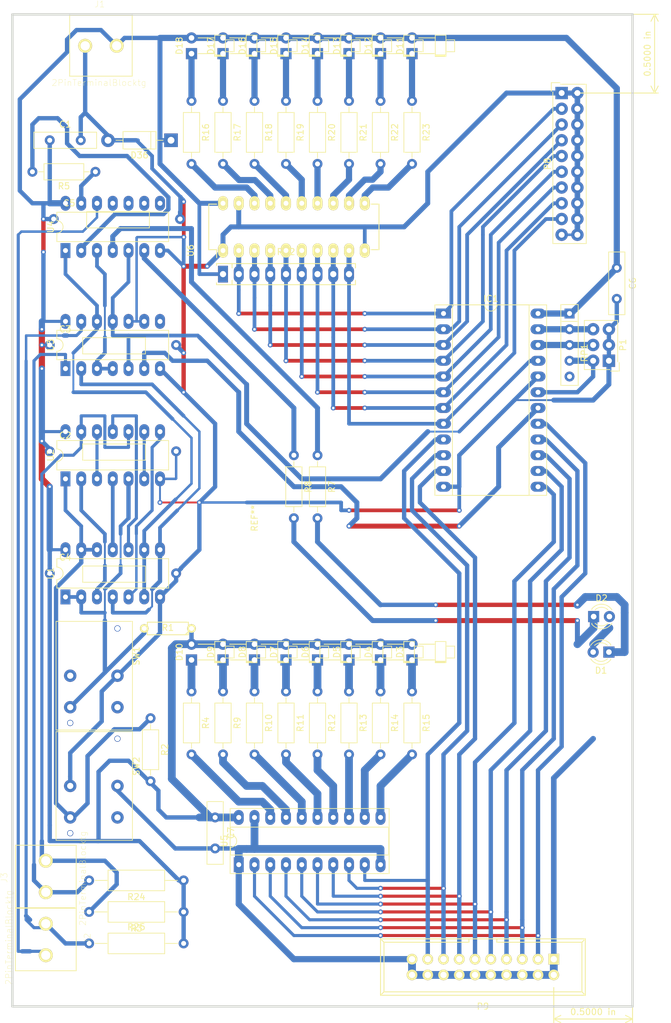
<source format=kicad_pcb>
(kicad_pcb (version 20171130) (host pcbnew 5.1.0-rc1-unknown-c0a86d7~84~ubuntu18.04.1)
  (layers (0 F.Cu signal) (31 B.Cu signal) (34 B.Paste user) (35 F.Paste user) (36 B.SilkS user) (37 F.SilkS user) (38 B.Mask user) (39 F.Mask user) (44 Edge.Cuts user))
  (net 0 "")
  (net 1 VCC)
  (net 2 /D0)
  (net 3 /D1)
  (net 4 /D2)
  (net 5 /D3)
  (net 6 /D4)
  (net 7 /D5)
  (net 8 /D6)
  (net 9 /D7)
  (net 10 GND)
  (net 11 "Net-(R15-Pad2)")
  (net 12 "Net-(R14-Pad2)")
  (net 13 "Net-(R13-Pad2)")
  (net 14 "Net-(R12-Pad2)")
  (net 15 "Net-(R11-Pad2)")
  (net 16 "Net-(R10-Pad2)")
  (net 17 "Net-(R9-Pad2)")
  (net 18 "Net-(R4-Pad2)")
  (net 19 "Net-(R16-Pad2)")
  (net 20 "Net-(R17-Pad2)")
  (net 21 "Net-(R18-Pad2)")
  (net 22 "Net-(R19-Pad2)")
  (net 23 "Net-(R20-Pad2)")
  (net 24 "Net-(R21-Pad2)")
  (net 25 "Net-(R22-Pad2)")
  (net 26 "Net-(R23-Pad2)")
  (net 27 /A7)
  (net 28 /A6)
  (net 29 /A5)
  (net 30 /A4)
  (net 31 /A3)
  (net 32 /A2)
  (net 33 /A1)
  (net 34 /A0)
  (net 35 "Net-(R1-Pad2)")
  (net 36 "Net-(R2-Pad1)")
  (net 37 "Net-(U2-Pad6)")
  (net 38 "Net-(U2-Pad12)")
  (net 39 "Net-(U1-Pad10)")
  (net 40 "Net-(U1-Pad11)")
  (net 41 "Net-(U1-Pad3)")
  (net 42 "Net-(U1-Pad5)")
  (net 43 "Net-(U1-Pad4)")
  (net 44 "Net-(U3-Pad3)")
  (net 45 "Net-(IC1-Pad21)")
  (net 46 "Net-(U1-Pad6)")
  (net 47 "Net-(IC1-Pad18)")
  (net 48 "Net-(R8-Pad1)")
  (net 49 "Net-(R7-Pad1)")
  (net 50 "Net-(R5-Pad2)")
  (net 51 /A8)
  (net 52 /A9)
  (net 53 /A10)
  (net 54 WR)
  (net 55 EN)
  (net 56 AUTO)
  (net 57 RD)
  (net 58 "Net-(R5-Pad1)")
  (module tg_foodprint:SW_PUSH_LCD_E3_SAxxxx_tg_V2 (layer F.Cu) (at 45.212 129.54 270)
    (fp_text reference SW1 (at -3.175 -3.048 270) (layer F.SilkS))
    (fp_text value SW_PUSH-tg)
    (pad 0 thru_hole circle (at 0 0 270) (size 2 2) (drill 1) (layers *.Cu *.Mask) (net 10 GND))
    (pad 6 thru_hole circle (at 7.62 7.62 270) (size 1 1) (drill 0.8) (layers *.Cu *.Mask))
    (pad 5 thru_hole circle (at -7.62 0 270) (size 1 1) (drill 0.8) (layers *.Cu *.Mask))
    (pad 2 thru_hole circle (at 5.08 0 270) (size 2 2) (drill 1) (layers *.Cu *.Mask))
    (pad 0 thru_hole circle (at 0 7.62 270) (size 2 2) (drill 1) (layers *.Cu *.Mask) (net 10 GND))
    (pad 1 thru_hole circle (at 5.08 7.62 270) (size 2 2) (drill 1) (layers *.Cu *.Mask) (net 35 "Net-(R1-Pad2)"))
  )
  (module 2PinTerminalBlocktg (layer F.Cu) (at 33.655 161.925 90)
    (fp_text reference J3 (at -0.196539 -6.71131 90) (layer F.SilkS) (effects (font (size 1.00265 1.00265) (thickness 0.05))))
    (fp_text value 2PinTerminalBlocktg (at -0.311598 5.96317 90) (layer F.SilkS) (effects (font (size 1.00194 1.00194) (thickness 0.05))))
    (pad 2 thru_hole circle (at 2.54 0 90) (size 2.25 2.25) (drill 1.5) (layers *.Cu *.Mask F.SilkS) (net 56 AUTO))
    (pad 1 thru_hole circle (at -2.54 0 90) (size 2.25 2.25) (drill 1.5) (layers *.Cu *.Mask F.SilkS) (net 57 RD))
  )
  (module EuroBoard_Outline:EuroBoard160mmX100mm_holes (layer F.Cu) (at 128.27 182.88 90)
    (fp_text reference REF** (at 78.74 -60.96 90) (layer F.SilkS))
    (fp_text value EuroBoard160mmX100mm_holes)
    (fp_line (start 0 -100) (end 0 0) (layer Edge.Cuts) (width 0.38))
    (fp_line (start 0 0) (end 160 0) (layer Edge.Cuts) (width 0.38))
    (fp_line (start 160 0) (end 160 -100) (layer Edge.Cuts) (width 0.38))
    (fp_line (start 160 -100) (end 0 -100) (layer Edge.Cuts) (width 0.38))
    (pad "" np_thru_hole circle (at 3.57 -94.45 90) (size 3.5 3.5) (drill 3.5) (layers *.Cu *.Mask))
    (pad "" np_thru_hole circle (at 156.43 -94.45 90) (size 3.5 3.5) (drill 3.5) (layers *.Cu *.Mask))
    (pad "" np_thru_hole circle (at 156.43 -5.55 90) (size 3.5 3.5) (drill 3.5) (layers *.Cu *.Mask))
    (pad "" np_thru_hole circle (at 3.57 -5.55 90) (size 3.5 3.5) (drill 3.5) (layers *.Cu *.Mask))
  )
  (module Housings_DIP:DIP-14_W7.62mm_LongPads (layer F.Cu) (at 36.83 116.84 90)
    (fp_text reference U1 (at 3.81 -2.39 90) (layer F.SilkS))
    (fp_text value 7400)
    (pad 14 thru_hole oval (at 7.62 0 90) (size 2.4 1.6) (drill 0.8) (layers *.Cu *.Mask) (net 1 VCC))
    (pad 7 thru_hole oval (at 0 15.24 90) (size 2.4 1.6) (drill 0.8) (layers *.Cu *.Mask) (net 10 GND))
    (pad 13 thru_hole oval (at 7.62 2.54 90) (size 2.4 1.6) (drill 0.8) (layers *.Cu *.Mask) (net 36 "Net-(R2-Pad1)"))
    (pad 6 thru_hole oval (at 0 12.7 90) (size 2.4 1.6) (drill 0.8) (layers *.Cu *.Mask) (net 46 "Net-(U1-Pad6)"))
    (pad 12 thru_hole oval (at 7.62 5.08 90) (size 2.4 1.6) (drill 0.8) (layers *.Cu *.Mask) (net 36 "Net-(R2-Pad1)"))
    (pad 5 thru_hole oval (at 0 10.16 90) (size 2.4 1.6) (drill 0.8) (layers *.Cu *.Mask) (net 42 "Net-(U1-Pad5)"))
    (pad 11 thru_hole oval (at 7.62 7.62 90) (size 2.4 1.6) (drill 0.8) (layers *.Cu *.Mask) (net 40 "Net-(U1-Pad11)"))
    (pad 4 thru_hole oval (at 0 7.62 90) (size 2.4 1.6) (drill 0.8) (layers *.Cu *.Mask) (net 43 "Net-(U1-Pad4)"))
    (pad 10 thru_hole oval (at 7.62 10.16 90) (size 2.4 1.6) (drill 0.8) (layers *.Cu *.Mask) (net 39 "Net-(U1-Pad10)"))
    (pad 3 thru_hole oval (at 0 5.08 90) (size 2.4 1.6) (drill 0.8) (layers *.Cu *.Mask) (net 41 "Net-(U1-Pad3)"))
    (pad 9 thru_hole oval (at 7.62 12.7 90) (size 2.4 1.6) (drill 0.8) (layers *.Cu *.Mask) (net 46 "Net-(U1-Pad6)"))
    (pad 2 thru_hole oval (at 0 2.54 90) (size 2.4 1.6) (drill 0.8) (layers *.Cu *.Mask) (net 35 "Net-(R1-Pad2)"))
    (pad 8 thru_hole oval (at 7.62 15.24 90) (size 2.4 1.6) (drill 0.8) (layers *.Cu *.Mask) (net 43 "Net-(U1-Pad4)"))
    (pad 1 thru_hole rect (at 0 0 90) (size 2.4 1.6) (drill 0.8) (layers *.Cu *.Mask) (net 35 "Net-(R1-Pad2)"))
  )
  (module Connectors_Samtec:SDL-106-X-XX_2x03 (layer F.Cu) (at 124.46 78.74 180)
    (fp_text reference P1 (at -2.27 2.54 270) (layer F.SilkS))
    (fp_text value CONN_3X2)
    (pad 2 thru_hole circle (at 2.54 5.08 180) (size 2 2) (drill 0.95) (layers *.Cu *.Mask) (net 51 /A8))
    (pad 4 thru_hole circle (at 2.54 2.54 180) (size 2 2) (drill 0.95) (layers *.Cu *.Mask) (net 52 /A9))
    (pad 6 thru_hole circle (at 2.54 0 180) (size 2 2) (drill 0.95) (layers *.Cu *.Mask) (net 53 /A10))
    (pad 5 thru_hole circle (at 0 5.08 180) (size 2 2) (drill 0.95) (layers *.Cu *.Mask) (net 10 GND))
    (pad 3 thru_hole circle (at 0 2.54 180) (size 2 2) (drill 0.95) (layers *.Cu *.Mask) (net 10 GND))
    (pad 1 thru_hole rect (at 0 0 180) (size 2 2) (drill 0.95) (layers *.Cu *.Mask) (net 10 GND))
  )
  (module Housings_DIP:DIP-20_W7.62mm_LongPads (layer F.Cu) (at 62.23 60.96 90)
    (fp_text reference U6 (at 0 -5.22 90) (layer F.SilkS))
    (fp_text value 74LS540)
    (pad 20 thru_hole oval (at 7.62 0 90) (size 2.3 1.6) (drill 0.8) (layers *.Cu *.Mask F.SilkS) (net 1 VCC))
    (pad 19 thru_hole oval (at 7.62 2.54 90) (size 2.3 1.6) (drill 0.8) (layers *.Cu *.Mask F.SilkS) (net 10 GND))
    (pad 18 thru_hole oval (at 7.62 5.08 90) (size 2.3 1.6) (drill 0.8) (layers *.Cu *.Mask F.SilkS) (net 19 "Net-(R16-Pad2)"))
    (pad 17 thru_hole oval (at 7.62 7.62 90) (size 2.3 1.6) (drill 0.8) (layers *.Cu *.Mask F.SilkS) (net 20 "Net-(R17-Pad2)"))
    (pad 16 thru_hole oval (at 7.62 10.16 90) (size 2.3 1.6) (drill 0.8) (layers *.Cu *.Mask F.SilkS) (net 21 "Net-(R18-Pad2)"))
    (pad 15 thru_hole oval (at 7.62 12.7 90) (size 2.3 1.6) (drill 0.8) (layers *.Cu *.Mask F.SilkS) (net 22 "Net-(R19-Pad2)"))
    (pad 14 thru_hole oval (at 7.62 15.24 90) (size 2.3 1.6) (drill 0.8) (layers *.Cu *.Mask F.SilkS) (net 23 "Net-(R20-Pad2)"))
    (pad 13 thru_hole oval (at 7.62 17.78 90) (size 2.3 1.6) (drill 0.8) (layers *.Cu *.Mask F.SilkS) (net 24 "Net-(R21-Pad2)"))
    (pad 12 thru_hole oval (at 7.62 20.32 90) (size 2.3 1.6) (drill 0.8) (layers *.Cu *.Mask F.SilkS) (net 25 "Net-(R22-Pad2)"))
    (pad 11 thru_hole oval (at 7.62 22.86 90) (size 2.3 1.6) (drill 0.8) (layers *.Cu *.Mask F.SilkS) (net 26 "Net-(R23-Pad2)"))
    (pad 10 thru_hole oval (at 0 22.86 90) (size 2.3 1.6) (drill 0.8) (layers *.Cu *.Mask F.SilkS) (net 10 GND))
    (pad 9 thru_hole oval (at 0 20.32 90) (size 2.3 1.6) (drill 0.8) (layers *.Cu *.Mask F.SilkS) (net 27 /A7))
    (pad 8 thru_hole oval (at 0 17.78 90) (size 2.3 1.6) (drill 0.8) (layers *.Cu *.Mask F.SilkS) (net 28 /A6))
    (pad 7 thru_hole oval (at 0 15.24 90) (size 2.3 1.6) (drill 0.8) (layers *.Cu *.Mask F.SilkS) (net 29 /A5))
    (pad 6 thru_hole oval (at 0 12.7 90) (size 2.3 1.6) (drill 0.8) (layers *.Cu *.Mask F.SilkS) (net 30 /A4))
    (pad 5 thru_hole oval (at 0 10.16 90) (size 2.3 1.6) (drill 0.8) (layers *.Cu *.Mask F.SilkS) (net 31 /A3))
    (pad 4 thru_hole oval (at 0 7.62 90) (size 2.3 1.6) (drill 0.8) (layers *.Cu *.Mask F.SilkS) (net 32 /A2))
    (pad 3 thru_hole oval (at 0 5.08 90) (size 2.3 1.6) (drill 0.8) (layers *.Cu *.Mask F.SilkS) (net 33 /A1))
    (pad 2 thru_hole oval (at 0 2.54 90) (size 2.3 1.6) (drill 0.8) (layers *.Cu *.Mask F.SilkS) (net 34 /A0))
    (pad 1 thru_hole oval (at 0 0 90) (size 2.3 1.6) (drill 0.8) (layers *.Cu *.Mask F.SilkS) (net 10 GND))
  )
  (module Connect:IDC_Header_Straight_20pins (layer F.Cu) (at 115.57 175.26 180)
    (fp_text reference P9 (at 11.43 -7.62 180) (layer F.SilkS))
    (fp_text value CONN_02X10)
    (pad 1 thru_hole rect (at 0 0 180) (size 1.7272 1.7272) (drill 1.016) (layers *.Cu *.Mask F.SilkS) (net 10 GND))
    (pad 2 thru_hole oval (at 0 -2.54 180) (size 1.7272 1.7272) (drill 1.016) (layers *.Cu *.Mask F.SilkS) (net 10 GND))
    (pad 3 thru_hole oval (at 2.54 0 180) (size 1.7272 1.7272) (drill 1.016) (layers *.Cu *.Mask F.SilkS) (net 2 /D0))
    (pad 4 thru_hole oval (at 2.54 -2.54 180) (size 1.7272 1.7272) (drill 1.016) (layers *.Cu *.Mask F.SilkS) (net 10 GND))
    (pad 5 thru_hole oval (at 5.08 0 180) (size 1.7272 1.7272) (drill 1.016) (layers *.Cu *.Mask F.SilkS) (net 3 /D1))
    (pad 6 thru_hole oval (at 5.08 -2.54 180) (size 1.7272 1.7272) (drill 1.016) (layers *.Cu *.Mask F.SilkS) (net 10 GND))
    (pad 7 thru_hole oval (at 7.62 0 180) (size 1.7272 1.7272) (drill 1.016) (layers *.Cu *.Mask F.SilkS) (net 4 /D2))
    (pad 8 thru_hole oval (at 7.62 -2.54 180) (size 1.7272 1.7272) (drill 1.016) (layers *.Cu *.Mask F.SilkS) (net 10 GND))
    (pad 9 thru_hole oval (at 10.16 0 180) (size 1.7272 1.7272) (drill 1.016) (layers *.Cu *.Mask F.SilkS) (net 5 /D3))
    (pad 10 thru_hole oval (at 10.16 -2.54 180) (size 1.7272 1.7272) (drill 1.016) (layers *.Cu *.Mask F.SilkS) (net 10 GND))
    (pad 11 thru_hole oval (at 12.7 0 180) (size 1.7272 1.7272) (drill 1.016) (layers *.Cu *.Mask F.SilkS) (net 6 /D4))
    (pad 12 thru_hole oval (at 12.7 -2.54 180) (size 1.7272 1.7272) (drill 1.016) (layers *.Cu *.Mask F.SilkS) (net 10 GND))
    (pad 13 thru_hole oval (at 15.24 0 180) (size 1.7272 1.7272) (drill 1.016) (layers *.Cu *.Mask F.SilkS) (net 7 /D5))
    (pad 14 thru_hole oval (at 15.24 -2.54 180) (size 1.7272 1.7272) (drill 1.016) (layers *.Cu *.Mask F.SilkS) (net 10 GND))
    (pad 15 thru_hole oval (at 17.78 0 180) (size 1.7272 1.7272) (drill 1.016) (layers *.Cu *.Mask F.SilkS) (net 8 /D6))
    (pad 16 thru_hole oval (at 17.78 -2.54 180) (size 1.7272 1.7272) (drill 1.016) (layers *.Cu *.Mask F.SilkS) (net 10 GND))
    (pad 17 thru_hole oval (at 20.32 0 180) (size 1.7272 1.7272) (drill 1.016) (layers *.Cu *.Mask F.SilkS) (net 9 /D7))
    (pad 18 thru_hole oval (at 20.32 -2.54 180) (size 1.7272 1.7272) (drill 1.016) (layers *.Cu *.Mask F.SilkS) (net 10 GND))
    (pad 19 thru_hole oval (at 22.86 0 180) (size 1.7272 1.7272) (drill 1.016) (layers *.Cu *.Mask F.SilkS) (net 10 GND))
    (pad 20 thru_hole oval (at 22.86 -2.54 180) (size 1.7272 1.7272) (drill 1.016) (layers *.Cu *.Mask F.SilkS) (net 10 GND))
  )
  (module Discret:R3 (layer F.Cu) (at 53.34 121.92 180)
    (fp_text reference R1 (at 0 0.127 180) (layer F.SilkS))
    (fp_text value 1,7k)
    (pad 1 thru_hole circle (at -3.81 0 180) (size 1.397 1.397) (drill 0.8128) (layers *.Cu *.Mask F.SilkS) (net 1 VCC))
    (pad 2 thru_hole circle (at 3.81 0 180) (size 1.397 1.397) (drill 0.8128) (layers *.Cu *.Mask F.SilkS) (net 35 "Net-(R1-Pad2)"))
  )
  (module Housings_DIP:DIP-14_W7.62mm_LongPads (layer F.Cu) (at 36.83 97.79 90)
    (fp_text reference U2 (at 3.81 -2.39 90) (layer F.SilkS))
    (fp_text value 74LS08)
    (pad 14 thru_hole oval (at 7.62 0 90) (size 2.4 1.6) (drill 0.8) (layers *.Cu *.Mask) (net 1 VCC))
    (pad 7 thru_hole oval (at 0 15.24 90) (size 2.4 1.6) (drill 0.8) (layers *.Cu *.Mask) (net 10 GND))
    (pad 13 thru_hole oval (at 7.62 2.54 90) (size 2.4 1.6) (drill 0.8) (layers *.Cu *.Mask) (net 56 AUTO))
    (pad 6 thru_hole oval (at 0 12.7 90) (size 2.4 1.6) (drill 0.8) (layers *.Cu *.Mask) (net 37 "Net-(U2-Pad6)"))
    (pad 12 thru_hole oval (at 7.62 5.08 90) (size 2.4 1.6) (drill 0.8) (layers *.Cu *.Mask) (net 38 "Net-(U2-Pad12)"))
    (pad 5 thru_hole oval (at 0 10.16 90) (size 2.4 1.6) (drill 0.8) (layers *.Cu *.Mask) (net 35 "Net-(R1-Pad2)"))
    (pad 11 thru_hole oval (at 7.62 7.62 90) (size 2.4 1.6) (drill 0.8) (layers *.Cu *.Mask) (net 39 "Net-(U1-Pad10)"))
    (pad 4 thru_hole oval (at 0 7.62 90) (size 2.4 1.6) (drill 0.8) (layers *.Cu *.Mask) (net 40 "Net-(U1-Pad11)"))
    (pad 10 thru_hole oval (at 7.62 10.16 90) (size 2.4 1.6) (drill 0.8) (layers *.Cu *.Mask) (net 56 AUTO))
    (pad 3 thru_hole oval (at 0 5.08 90) (size 2.4 1.6) (drill 0.8) (layers *.Cu *.Mask) (net 38 "Net-(U2-Pad12)"))
    (pad 9 thru_hole oval (at 7.62 12.7 90) (size 2.4 1.6) (drill 0.8) (layers *.Cu *.Mask) (net 37 "Net-(U2-Pad6)"))
    (pad 2 thru_hole oval (at 0 2.54 90) (size 2.4 1.6) (drill 0.8) (layers *.Cu *.Mask) (net 41 "Net-(U1-Pad3)"))
    (pad 8 thru_hole oval (at 7.62 15.24 90) (size 2.4 1.6) (drill 0.8) (layers *.Cu *.Mask) (net 42 "Net-(U1-Pad5)"))
    (pad 1 thru_hole rect (at 0 0 90) (size 2.4 1.6) (drill 0.8) (layers *.Cu *.Mask) (net 36 "Net-(R2-Pad1)"))
  )
  (module Housings_DIP:DIP-14_W7.62mm_LongPads (layer F.Cu) (at 36.83 80.01 90)
    (fp_text reference U3 (at 3.81 -2.39 90) (layer F.SilkS))
    (fp_text value 74LS08)
    (pad 1 thru_hole rect (at 0 0 90) (size 2.4 1.6) (drill 0.8) (layers *.Cu *.Mask) (net 57 RD))
    (pad 8 thru_hole oval (at 7.62 15.24 90) (size 2.4 1.6) (drill 0.8) (layers *.Cu *.Mask))
    (pad 2 thru_hole oval (at 0 2.54 90) (size 2.4 1.6) (drill 0.8) (layers *.Cu *.Mask) (net 43 "Net-(U1-Pad4)"))
    (pad 9 thru_hole oval (at 7.62 12.7 90) (size 2.4 1.6) (drill 0.8) (layers *.Cu *.Mask) (net 10 GND))
    (pad 3 thru_hole oval (at 0 5.08 90) (size 2.4 1.6) (drill 0.8) (layers *.Cu *.Mask) (net 44 "Net-(U3-Pad3)"))
    (pad 10 thru_hole oval (at 7.62 10.16 90) (size 2.4 1.6) (drill 0.8) (layers *.Cu *.Mask) (net 10 GND))
    (pad 4 thru_hole oval (at 0 7.62 90) (size 2.4 1.6) (drill 0.8) (layers *.Cu *.Mask) (net 44 "Net-(U3-Pad3)"))
    (pad 11 thru_hole oval (at 7.62 7.62 90) (size 2.4 1.6) (drill 0.8) (layers *.Cu *.Mask) (net 45 "Net-(IC1-Pad21)"))
    (pad 5 thru_hole oval (at 0 10.16 90) (size 2.4 1.6) (drill 0.8) (layers *.Cu *.Mask) (net 45 "Net-(IC1-Pad21)"))
    (pad 12 thru_hole oval (at 7.62 5.08 90) (size 2.4 1.6) (drill 0.8) (layers *.Cu *.Mask) (net 46 "Net-(U1-Pad6)"))
    (pad 6 thru_hole oval (at 0 12.7 90) (size 2.4 1.6) (drill 0.8) (layers *.Cu *.Mask) (net 47 "Net-(IC1-Pad18)"))
    (pad 13 thru_hole oval (at 7.62 2.54 90) (size 2.4 1.6) (drill 0.8) (layers *.Cu *.Mask) (net 54 WR))
    (pad 7 thru_hole oval (at 0 15.24 90) (size 2.4 1.6) (drill 0.8) (layers *.Cu *.Mask) (net 10 GND))
    (pad 14 thru_hole oval (at 7.62 0 90) (size 2.4 1.6) (drill 0.8) (layers *.Cu *.Mask) (net 1 VCC))
  )
  (module Housings_DIP:DIP-14_W7.62mm_LongPads (layer F.Cu) (at 36.83 60.96 90)
    (fp_text reference U4 (at 3.81 -2.39 90) (layer F.SilkS))
    (fp_text value 74LS14)
    (pad 14 thru_hole oval (at 7.62 0 90) (size 2.4 1.6) (drill 0.8) (layers *.Cu *.Mask) (net 1 VCC))
    (pad 7 thru_hole oval (at 0 15.24 90) (size 2.4 1.6) (drill 0.8) (layers *.Cu *.Mask) (net 10 GND))
    (pad 13 thru_hole oval (at 7.62 2.54 90) (size 2.4 1.6) (drill 0.8) (layers *.Cu *.Mask) (net 58 "Net-(R5-Pad1)"))
    (pad 6 thru_hole oval (at 0 12.7 90) (size 2.4 1.6) (drill 0.8) (layers *.Cu *.Mask) (net 48 "Net-(R8-Pad1)"))
    (pad 12 thru_hole oval (at 7.62 5.08 90) (size 2.4 1.6) (drill 0.8) (layers *.Cu *.Mask) (net 55 EN))
    (pad 5 thru_hole oval (at 0 10.16 90) (size 2.4 1.6) (drill 0.8) (layers *.Cu *.Mask) (net 45 "Net-(IC1-Pad21)"))
    (pad 11 thru_hole oval (at 7.62 7.62 90) (size 2.4 1.6) (drill 0.8) (layers *.Cu *.Mask))
    (pad 4 thru_hole oval (at 0 7.62 90) (size 2.4 1.6) (drill 0.8) (layers *.Cu *.Mask) (net 49 "Net-(R7-Pad1)"))
    (pad 10 thru_hole oval (at 7.62 10.16 90) (size 2.4 1.6) (drill 0.8) (layers *.Cu *.Mask))
    (pad 3 thru_hole oval (at 0 5.08 90) (size 2.4 1.6) (drill 0.8) (layers *.Cu *.Mask) (net 44 "Net-(U3-Pad3)"))
    (pad 9 thru_hole oval (at 7.62 12.7 90) (size 2.4 1.6) (drill 0.8) (layers *.Cu *.Mask))
    (pad 2 thru_hole oval (at 0 2.54 90) (size 2.4 1.6) (drill 0.8) (layers *.Cu *.Mask) (net 50 "Net-(R5-Pad2)"))
    (pad 8 thru_hole oval (at 7.62 15.24 90) (size 2.4 1.6) (drill 0.8) (layers *.Cu *.Mask))
    (pad 1 thru_hole rect (at 0 0 90) (size 2.4 1.6) (drill 0.8) (layers *.Cu *.Mask) (net 46 "Net-(U1-Pad6)"))
  )
  (module Housings_DIP:DIP-24_W15.24mm_Socket_LongPads (layer F.Cu) (at 97.79 71.12)
    (fp_text reference IC1 (at 7.62 -2.39) (layer F.SilkS))
    (fp_text value 6116)
    (pad 1 thru_hole rect (at 0 0) (size 2.4 1.6) (drill 0.8) (layers *.Cu *.Mask) (net 34 /A0))
    (pad 13 thru_hole oval (at 15.24 27.94) (size 2.4 1.6) (drill 0.8) (layers *.Cu *.Mask) (net 6 /D4))
    (pad 2 thru_hole oval (at 0 2.54) (size 2.4 1.6) (drill 0.8) (layers *.Cu *.Mask) (net 33 /A1))
    (pad 14 thru_hole oval (at 15.24 25.4) (size 2.4 1.6) (drill 0.8) (layers *.Cu *.Mask) (net 5 /D3))
    (pad 3 thru_hole oval (at 0 5.08) (size 2.4 1.6) (drill 0.8) (layers *.Cu *.Mask) (net 32 /A2))
    (pad 15 thru_hole oval (at 15.24 22.86) (size 2.4 1.6) (drill 0.8) (layers *.Cu *.Mask) (net 4 /D2))
    (pad 4 thru_hole oval (at 0 7.62) (size 2.4 1.6) (drill 0.8) (layers *.Cu *.Mask) (net 31 /A3))
    (pad 16 thru_hole oval (at 15.24 20.32) (size 2.4 1.6) (drill 0.8) (layers *.Cu *.Mask) (net 3 /D1))
    (pad 5 thru_hole oval (at 0 10.16) (size 2.4 1.6) (drill 0.8) (layers *.Cu *.Mask) (net 30 /A4))
    (pad 17 thru_hole oval (at 15.24 17.78) (size 2.4 1.6) (drill 0.8) (layers *.Cu *.Mask) (net 2 /D0))
    (pad 6 thru_hole oval (at 0 12.7) (size 2.4 1.6) (drill 0.8) (layers *.Cu *.Mask) (net 29 /A5))
    (pad 18 thru_hole oval (at 15.24 15.24) (size 2.4 1.6) (drill 0.8) (layers *.Cu *.Mask) (net 47 "Net-(IC1-Pad18)"))
    (pad 7 thru_hole oval (at 0 15.24) (size 2.4 1.6) (drill 0.8) (layers *.Cu *.Mask) (net 28 /A6))
    (pad 19 thru_hole oval (at 15.24 12.7) (size 2.4 1.6) (drill 0.8) (layers *.Cu *.Mask) (net 53 /A10))
    (pad 8 thru_hole oval (at 0 17.78) (size 2.4 1.6) (drill 0.8) (layers *.Cu *.Mask) (net 27 /A7))
    (pad 20 thru_hole oval (at 15.24 10.16) (size 2.4 1.6) (drill 0.8) (layers *.Cu *.Mask) (net 10 GND))
    (pad 9 thru_hole oval (at 0 20.32) (size 2.4 1.6) (drill 0.8) (layers *.Cu *.Mask) (net 9 /D7))
    (pad 21 thru_hole oval (at 15.24 7.62) (size 2.4 1.6) (drill 0.8) (layers *.Cu *.Mask) (net 45 "Net-(IC1-Pad21)"))
    (pad 10 thru_hole oval (at 0 22.86) (size 2.4 1.6) (drill 0.8) (layers *.Cu *.Mask) (net 8 /D6))
    (pad 22 thru_hole oval (at 15.24 5.08) (size 2.4 1.6) (drill 0.8) (layers *.Cu *.Mask) (net 52 /A9))
    (pad 11 thru_hole oval (at 0 25.4) (size 2.4 1.6) (drill 0.8) (layers *.Cu *.Mask) (net 7 /D5))
    (pad 23 thru_hole oval (at 15.24 2.54) (size 2.4 1.6) (drill 0.8) (layers *.Cu *.Mask) (net 51 /A8))
    (pad 12 thru_hole oval (at 0 27.94) (size 2.4 1.6) (drill 0.8) (layers *.Cu *.Mask) (net 10 GND))
    (pad 24 thru_hole oval (at 15.24 0) (size 2.4 1.6) (drill 0.8) (layers *.Cu *.Mask) (net 1 VCC))
  )
  (module LEDs:LED_D1.8mm_W1.8mm_H2.4mm_Horizontal_O3.81mm_Z8.2mm (layer F.Cu) (at 92.71 29.21 90)
    (fp_text reference D11 (at 1.27 -1.96 90) (layer F.SilkS))
    (fp_text value LED)
    (pad 1 thru_hole rect (at 0 0 90) (size 1.8 1.8) (drill 0.9) (layers *.Cu *.Mask))
    (pad 2 thru_hole circle (at 2.54 0 90) (size 1.8 1.8) (drill 0.9) (layers *.Cu *.Mask) (net 1 VCC))
  )
  (module LEDs:LED_D1.8mm_W1.8mm_H2.4mm_Horizontal_O3.81mm_Z8.2mm (layer F.Cu) (at 87.63 29.21 90)
    (fp_text reference D12 (at 1.27 -1.96 90) (layer F.SilkS))
    (fp_text value LED)
    (pad 2 thru_hole circle (at 2.54 0 90) (size 1.8 1.8) (drill 0.9) (layers *.Cu *.Mask) (net 1 VCC))
    (pad 1 thru_hole rect (at 0 0 90) (size 1.8 1.8) (drill 0.9) (layers *.Cu *.Mask))
  )
  (module LEDs:LED_D1.8mm_W1.8mm_H2.4mm_Horizontal_O3.81mm_Z8.2mm (layer F.Cu) (at 82.55 29.21 90)
    (fp_text reference D13 (at 1.27 -1.96 90) (layer F.SilkS))
    (fp_text value LED)
    (pad 2 thru_hole circle (at 2.54 0 90) (size 1.8 1.8) (drill 0.9) (layers *.Cu *.Mask) (net 1 VCC))
    (pad 1 thru_hole rect (at 0 0 90) (size 1.8 1.8) (drill 0.9) (layers *.Cu *.Mask))
  )
  (module LEDs:LED_D1.8mm_W1.8mm_H2.4mm_Horizontal_O3.81mm_Z8.2mm (layer F.Cu) (at 77.47 29.21 90)
    (fp_text reference D14 (at 1.27 -1.96 90) (layer F.SilkS))
    (fp_text value LED)
    (pad 1 thru_hole rect (at 0 0 90) (size 1.8 1.8) (drill 0.9) (layers *.Cu *.Mask))
    (pad 2 thru_hole circle (at 2.54 0 90) (size 1.8 1.8) (drill 0.9) (layers *.Cu *.Mask) (net 1 VCC))
  )
  (module LEDs:LED_D1.8mm_W1.8mm_H2.4mm_Horizontal_O3.81mm_Z8.2mm (layer F.Cu) (at 72.39 29.21 90)
    (fp_text reference D15 (at 1.27 -1.96 90) (layer F.SilkS))
    (fp_text value LED)
    (pad 2 thru_hole circle (at 2.54 0 90) (size 1.8 1.8) (drill 0.9) (layers *.Cu *.Mask) (net 1 VCC))
    (pad 1 thru_hole rect (at 0 0 90) (size 1.8 1.8) (drill 0.9) (layers *.Cu *.Mask))
  )
  (module LEDs:LED_D1.8mm_W1.8mm_H2.4mm_Horizontal_O3.81mm_Z8.2mm (layer F.Cu) (at 67.31 29.21 90)
    (fp_text reference D16 (at 1.27 -1.96 90) (layer F.SilkS))
    (fp_text value LED)
    (pad 1 thru_hole rect (at 0 0 90) (size 1.8 1.8) (drill 0.9) (layers *.Cu *.Mask))
    (pad 2 thru_hole circle (at 2.54 0 90) (size 1.8 1.8) (drill 0.9) (layers *.Cu *.Mask) (net 1 VCC))
  )
  (module LEDs:LED_D1.8mm_W1.8mm_H2.4mm_Horizontal_O3.81mm_Z8.2mm (layer F.Cu) (at 62.23 29.21 90)
    (fp_text reference D17 (at 1.27 -1.96 90) (layer F.SilkS))
    (fp_text value LED)
    (pad 2 thru_hole circle (at 2.54 0 90) (size 1.8 1.8) (drill 0.9) (layers *.Cu *.Mask) (net 1 VCC))
    (pad 1 thru_hole rect (at 0 0 90) (size 1.8 1.8) (drill 0.9) (layers *.Cu *.Mask))
  )
  (module LEDs:LED_D1.8mm_W1.8mm_H2.4mm_Horizontal_O3.81mm_Z8.2mm (layer F.Cu) (at 57.15 29.21 90)
    (fp_text reference D18 (at 1.27 -1.96 90) (layer F.SilkS))
    (fp_text value LED)
    (pad 1 thru_hole rect (at 0 0 90) (size 1.8 1.8) (drill 0.9) (layers *.Cu *.Mask))
    (pad 2 thru_hole circle (at 2.54 0 90) (size 1.8 1.8) (drill 0.9) (layers *.Cu *.Mask) (net 1 VCC))
  )
  (module LEDs:LED_D1.8mm_W1.8mm_H2.4mm_Horizontal_O3.81mm_Z8.2mm (layer F.Cu) (at 87.63 127 90)
    (fp_text reference D4 (at 1.27 -1.96 90) (layer F.SilkS))
    (fp_text value LED)
    (pad 2 thru_hole circle (at 2.54 0 90) (size 1.8 1.8) (drill 0.9) (layers *.Cu *.Mask) (net 1 VCC))
    (pad 1 thru_hole rect (at 0 0 90) (size 1.8 1.8) (drill 0.9) (layers *.Cu *.Mask))
  )
  (module LEDs:LED_D1.8mm_W1.8mm_H2.4mm_Horizontal_O3.81mm_Z8.2mm (layer F.Cu) (at 82.55 127 90)
    (fp_text reference D5 (at 1.27 -1.96 90) (layer F.SilkS))
    (fp_text value LED)
    (pad 2 thru_hole circle (at 2.54 0 90) (size 1.8 1.8) (drill 0.9) (layers *.Cu *.Mask) (net 1 VCC))
    (pad 1 thru_hole rect (at 0 0 90) (size 1.8 1.8) (drill 0.9) (layers *.Cu *.Mask))
  )
  (module LEDs:LED_D1.8mm_W1.8mm_H2.4mm_Horizontal_O3.81mm_Z8.2mm (layer F.Cu) (at 77.47 127 90)
    (fp_text reference D6 (at 1.27 -1.96 90) (layer F.SilkS))
    (fp_text value LED)
    (pad 1 thru_hole rect (at 0 0 90) (size 1.8 1.8) (drill 0.9) (layers *.Cu *.Mask))
    (pad 2 thru_hole circle (at 2.54 0 90) (size 1.8 1.8) (drill 0.9) (layers *.Cu *.Mask) (net 1 VCC))
  )
  (module LEDs:LED_D1.8mm_W1.8mm_H2.4mm_Horizontal_O3.81mm_Z8.2mm (layer F.Cu) (at 72.39 127 90)
    (fp_text reference D7 (at 1.27 -1.96 90) (layer F.SilkS))
    (fp_text value LED)
    (pad 2 thru_hole circle (at 2.54 0 90) (size 1.8 1.8) (drill 0.9) (layers *.Cu *.Mask) (net 1 VCC))
    (pad 1 thru_hole rect (at 0 0 90) (size 1.8 1.8) (drill 0.9) (layers *.Cu *.Mask))
  )
  (module LEDs:LED_D1.8mm_W1.8mm_H2.4mm_Horizontal_O3.81mm_Z8.2mm (layer F.Cu) (at 67.31 127 90)
    (fp_text reference D8 (at 1.27 -1.96 90) (layer F.SilkS))
    (fp_text value LED)
    (pad 1 thru_hole rect (at 0 0 90) (size 1.8 1.8) (drill 0.9) (layers *.Cu *.Mask))
    (pad 2 thru_hole circle (at 2.54 0 90) (size 1.8 1.8) (drill 0.9) (layers *.Cu *.Mask) (net 1 VCC))
  )
  (module LEDs:LED_D1.8mm_W1.8mm_H2.4mm_Horizontal_O3.81mm_Z8.2mm (layer F.Cu) (at 62.23 127 90)
    (fp_text reference D9 (at 1.27 -1.96 90) (layer F.SilkS))
    (fp_text value LED)
    (pad 1 thru_hole rect (at 0 0 90) (size 1.8 1.8) (drill 0.9) (layers *.Cu *.Mask))
    (pad 2 thru_hole circle (at 2.54 0 90) (size 1.8 1.8) (drill 0.9) (layers *.Cu *.Mask) (net 1 VCC))
  )
  (module LEDs:LED_D1.8mm_W1.8mm_H2.4mm_Horizontal_O3.81mm_Z8.2mm (layer F.Cu) (at 57.15 127 90)
    (fp_text reference D10 (at 1.27 -1.96 90) (layer F.SilkS))
    (fp_text value LED)
    (pad 2 thru_hole circle (at 2.54 0 90) (size 1.8 1.8) (drill 0.9) (layers *.Cu *.Mask) (net 1 VCC))
    (pad 1 thru_hole rect (at 0 0 90) (size 1.8 1.8) (drill 0.9) (layers *.Cu *.Mask))
  )
  (module LEDs:LED_D1.8mm_W1.8mm_H2.4mm_Horizontal_O3.81mm_Z8.2mm (layer F.Cu) (at 92.71 127 90)
    (fp_text reference D3 (at 1.27 -1.96 90) (layer F.SilkS))
    (fp_text value LED)
    (pad 2 thru_hole circle (at 2.54 0 90) (size 1.8 1.8) (drill 0.9) (layers *.Cu *.Mask) (net 1 VCC))
    (pad 1 thru_hole rect (at 0 0 90) (size 1.8 1.8) (drill 0.9) (layers *.Cu *.Mask))
  )
  (module Resistors_ThroughHole:R_Axial_DIN0207_L6.3mm_D2.5mm_P10.16mm_Horizontal (layer F.Cu) (at 77.47 93.98 270)
    (fp_text reference R7 (at 5.08 -2.31 270) (layer F.SilkS))
    (fp_text value R)
    (pad 1 thru_hole circle (at 0 0 270) (size 1.6 1.6) (drill 0.8) (layers *.Cu *.Mask) (net 49 "Net-(R7-Pad1)"))
    (pad 2 thru_hole oval (at 10.16 0 270) (size 1.6 1.6) (drill 0.8) (layers *.Cu *.Mask))
  )
  (module Resistors_ThroughHole:R_Axial_DIN0207_L6.3mm_D2.5mm_P10.16mm_Horizontal (layer F.Cu) (at 73.66 93.98 270)
    (fp_text reference R8 (at 5.08 -2.31 270) (layer F.SilkS))
    (fp_text value R)
    (pad 2 thru_hole oval (at 10.16 0 270) (size 1.6 1.6) (drill 0.8) (layers *.Cu *.Mask))
    (pad 1 thru_hole circle (at 0 0 270) (size 1.6 1.6) (drill 0.8) (layers *.Cu *.Mask) (net 48 "Net-(R8-Pad1)"))
  )
  (module Resistors_ThroughHole:R_Axial_DIN0207_L6.3mm_D2.5mm_P10.16mm_Horizontal (layer F.Cu) (at 57.15 132.08 270)
    (fp_text reference R4 (at 5.08 -2.31 270) (layer F.SilkS))
    (fp_text value 330)
    (pad 1 thru_hole circle (at 0 0 270) (size 1.6 1.6) (drill 0.8) (layers *.Cu *.Mask))
    (pad 2 thru_hole oval (at 10.16 0 270) (size 1.6 1.6) (drill 0.8) (layers *.Cu *.Mask) (net 18 "Net-(R4-Pad2)"))
  )
  (module Resistors_ThroughHole:R_Axial_DIN0207_L6.3mm_D2.5mm_P10.16mm_Horizontal (layer F.Cu) (at 62.23 132.08 270)
    (fp_text reference R9 (at 5.08 -2.31 270) (layer F.SilkS))
    (fp_text value 330)
    (pad 2 thru_hole oval (at 10.16 0 270) (size 1.6 1.6) (drill 0.8) (layers *.Cu *.Mask) (net 17 "Net-(R9-Pad2)"))
    (pad 1 thru_hole circle (at 0 0 270) (size 1.6 1.6) (drill 0.8) (layers *.Cu *.Mask))
  )
  (module Resistors_ThroughHole:R_Axial_DIN0207_L6.3mm_D2.5mm_P10.16mm_Horizontal (layer F.Cu) (at 67.31 132.08 270)
    (fp_text reference R10 (at 5.08 -2.31 270) (layer F.SilkS))
    (fp_text value 330)
    (pad 1 thru_hole circle (at 0 0 270) (size 1.6 1.6) (drill 0.8) (layers *.Cu *.Mask))
    (pad 2 thru_hole oval (at 10.16 0 270) (size 1.6 1.6) (drill 0.8) (layers *.Cu *.Mask) (net 16 "Net-(R10-Pad2)"))
  )
  (module Resistors_ThroughHole:R_Axial_DIN0207_L6.3mm_D2.5mm_P10.16mm_Horizontal (layer F.Cu) (at 72.39 132.08 270)
    (fp_text reference R11 (at 5.08 -2.31 270) (layer F.SilkS))
    (fp_text value 330)
    (pad 2 thru_hole oval (at 10.16 0 270) (size 1.6 1.6) (drill 0.8) (layers *.Cu *.Mask) (net 15 "Net-(R11-Pad2)"))
    (pad 1 thru_hole circle (at 0 0 270) (size 1.6 1.6) (drill 0.8) (layers *.Cu *.Mask))
  )
  (module Resistors_ThroughHole:R_Axial_DIN0207_L6.3mm_D2.5mm_P10.16mm_Horizontal (layer F.Cu) (at 77.47 132.08 270)
    (fp_text reference R12 (at 5.08 -2.31 270) (layer F.SilkS))
    (fp_text value 330)
    (pad 1 thru_hole circle (at 0 0 270) (size 1.6 1.6) (drill 0.8) (layers *.Cu *.Mask))
    (pad 2 thru_hole oval (at 10.16 0 270) (size 1.6 1.6) (drill 0.8) (layers *.Cu *.Mask) (net 14 "Net-(R12-Pad2)"))
  )
  (module Resistors_ThroughHole:R_Axial_DIN0207_L6.3mm_D2.5mm_P10.16mm_Horizontal (layer F.Cu) (at 82.55 132.08 270)
    (fp_text reference R13 (at 5.08 -2.31 270) (layer F.SilkS))
    (fp_text value 330)
    (pad 2 thru_hole oval (at 10.16 0 270) (size 1.6 1.6) (drill 0.8) (layers *.Cu *.Mask) (net 13 "Net-(R13-Pad2)"))
    (pad 1 thru_hole circle (at 0 0 270) (size 1.6 1.6) (drill 0.8) (layers *.Cu *.Mask))
  )
  (module Resistors_ThroughHole:R_Axial_DIN0207_L6.3mm_D2.5mm_P10.16mm_Horizontal (layer F.Cu) (at 87.63 132.08 270)
    (fp_text reference R14 (at 5.08 -2.31 270) (layer F.SilkS))
    (fp_text value 330)
    (pad 2 thru_hole oval (at 10.16 0 270) (size 1.6 1.6) (drill 0.8) (layers *.Cu *.Mask) (net 12 "Net-(R14-Pad2)"))
    (pad 1 thru_hole circle (at 0 0 270) (size 1.6 1.6) (drill 0.8) (layers *.Cu *.Mask))
  )
  (module Resistors_ThroughHole:R_Axial_DIN0207_L6.3mm_D2.5mm_P10.16mm_Horizontal (layer F.Cu) (at 92.71 132.08 270)
    (fp_text reference R15 (at 5.08 -2.31 270) (layer F.SilkS))
    (fp_text value 330)
    (pad 1 thru_hole circle (at 0 0 270) (size 1.6 1.6) (drill 0.8) (layers *.Cu *.Mask))
    (pad 2 thru_hole oval (at 10.16 0 270) (size 1.6 1.6) (drill 0.8) (layers *.Cu *.Mask) (net 11 "Net-(R15-Pad2)"))
  )
  (module Resistors_ThroughHole:R_Axial_DIN0207_L6.3mm_D2.5mm_P10.16mm_Horizontal (layer F.Cu) (at 57.15 36.83 270)
    (fp_text reference R16 (at 5.08 -2.31 270) (layer F.SilkS))
    (fp_text value 330)
    (pad 2 thru_hole oval (at 10.16 0 270) (size 1.6 1.6) (drill 0.8) (layers *.Cu *.Mask) (net 19 "Net-(R16-Pad2)"))
    (pad 1 thru_hole circle (at 0 0 270) (size 1.6 1.6) (drill 0.8) (layers *.Cu *.Mask))
  )
  (module Resistors_ThroughHole:R_Axial_DIN0207_L6.3mm_D2.5mm_P10.16mm_Horizontal (layer F.Cu) (at 62.23 36.83 270)
    (fp_text reference R17 (at 5.08 -2.31 270) (layer F.SilkS))
    (fp_text value 330)
    (pad 1 thru_hole circle (at 0 0 270) (size 1.6 1.6) (drill 0.8) (layers *.Cu *.Mask))
    (pad 2 thru_hole oval (at 10.16 0 270) (size 1.6 1.6) (drill 0.8) (layers *.Cu *.Mask) (net 20 "Net-(R17-Pad2)"))
  )
  (module Resistors_ThroughHole:R_Axial_DIN0207_L6.3mm_D2.5mm_P10.16mm_Horizontal (layer F.Cu) (at 67.31 36.83 270)
    (fp_text reference R18 (at 5.08 -2.31 270) (layer F.SilkS))
    (fp_text value 330)
    (pad 2 thru_hole oval (at 10.16 0 270) (size 1.6 1.6) (drill 0.8) (layers *.Cu *.Mask) (net 21 "Net-(R18-Pad2)"))
    (pad 1 thru_hole circle (at 0 0 270) (size 1.6 1.6) (drill 0.8) (layers *.Cu *.Mask))
  )
  (module Resistors_ThroughHole:R_Axial_DIN0207_L6.3mm_D2.5mm_P10.16mm_Horizontal (layer F.Cu) (at 72.39 36.83 270)
    (fp_text reference R19 (at 5.08 -2.31 270) (layer F.SilkS))
    (fp_text value 330)
    (pad 1 thru_hole circle (at 0 0 270) (size 1.6 1.6) (drill 0.8) (layers *.Cu *.Mask))
    (pad 2 thru_hole oval (at 10.16 0 270) (size 1.6 1.6) (drill 0.8) (layers *.Cu *.Mask) (net 22 "Net-(R19-Pad2)"))
  )
  (module Resistors_ThroughHole:R_Axial_DIN0207_L6.3mm_D2.5mm_P10.16mm_Horizontal (layer F.Cu) (at 77.47 36.83 270)
    (fp_text reference R20 (at 5.08 -2.31 270) (layer F.SilkS))
    (fp_text value 330)
    (pad 2 thru_hole oval (at 10.16 0 270) (size 1.6 1.6) (drill 0.8) (layers *.Cu *.Mask) (net 23 "Net-(R20-Pad2)"))
    (pad 1 thru_hole circle (at 0 0 270) (size 1.6 1.6) (drill 0.8) (layers *.Cu *.Mask))
  )
  (module Resistors_ThroughHole:R_Axial_DIN0207_L6.3mm_D2.5mm_P10.16mm_Horizontal (layer F.Cu) (at 82.55 36.83 270)
    (fp_text reference R21 (at 5.08 -2.31 270) (layer F.SilkS))
    (fp_text value 330)
    (pad 1 thru_hole circle (at 0 0 270) (size 1.6 1.6) (drill 0.8) (layers *.Cu *.Mask))
    (pad 2 thru_hole oval (at 10.16 0 270) (size 1.6 1.6) (drill 0.8) (layers *.Cu *.Mask) (net 24 "Net-(R21-Pad2)"))
  )
  (module Resistors_ThroughHole:R_Axial_DIN0207_L6.3mm_D2.5mm_P10.16mm_Horizontal (layer F.Cu) (at 87.63 36.83 270)
    (fp_text reference R22 (at 5.08 -2.31 270) (layer F.SilkS))
    (fp_text value 330)
    (pad 1 thru_hole circle (at 0 0 270) (size 1.6 1.6) (drill 0.8) (layers *.Cu *.Mask))
    (pad 2 thru_hole oval (at 10.16 0 270) (size 1.6 1.6) (drill 0.8) (layers *.Cu *.Mask) (net 25 "Net-(R22-Pad2)"))
  )
  (module Resistors_ThroughHole:R_Axial_DIN0207_L6.3mm_D2.5mm_P10.16mm_Horizontal (layer F.Cu) (at 92.71 36.83 270)
    (fp_text reference R23 (at 5.08 -2.31 270) (layer F.SilkS))
    (fp_text value 330)
    (pad 2 thru_hole oval (at 10.16 0 270) (size 1.6 1.6) (drill 0.8) (layers *.Cu *.Mask) (net 26 "Net-(R23-Pad2)"))
    (pad 1 thru_hole circle (at 0 0 270) (size 1.6 1.6) (drill 0.8) (layers *.Cu *.Mask))
  )
  (module Resistors_ThroughHole:R_Array_SIP5 (layer F.Cu) (at 118.11 71.12 270)
    (fp_text reference RP1 (at 6.35 -2.4 270) (layer F.SilkS))
    (fp_text value R_PACK4BUSSED)
    (pad 5 thru_hole oval (at 10.16 0 270) (size 1.6 1.6) (drill 0.8) (layers *.Cu *.Mask))
    (pad 4 thru_hole oval (at 7.62 0 270) (size 1.6 1.6) (drill 0.8) (layers *.Cu *.Mask) (net 53 /A10))
    (pad 3 thru_hole oval (at 5.08 0 270) (size 1.6 1.6) (drill 0.8) (layers *.Cu *.Mask) (net 52 /A9))
    (pad 2 thru_hole oval (at 2.54 0 270) (size 1.6 1.6) (drill 0.8) (layers *.Cu *.Mask) (net 51 /A8))
    (pad 1 thru_hole rect (at 0 0 270) (size 1.6 1.6) (drill 0.8) (layers *.Cu *.Mask) (net 1 VCC))
  )
  (module LEDs:LED_D3.0mm (layer F.Cu) (at 124.46 125.73 180)
    (fp_text reference D1 (at 1.27 -2.96 180) (layer F.SilkS))
    (fp_text value LED)
    (pad 1 thru_hole rect (at 0 0 180) (size 1.8 1.8) (drill 0.9) (layers *.Cu *.Mask))
    (pad 2 thru_hole circle (at 2.54 0 180) (size 1.8 1.8) (drill 0.9) (layers *.Cu *.Mask))
  )
  (module LEDs:LED_D3.0mm (layer F.Cu) (at 122 120)
    (fp_text reference D2 (at 1.27 -2.96) (layer F.SilkS))
    (fp_text value LED)
    (pad 2 thru_hole circle (at 2.54 0) (size 1.8 1.8) (drill 0.9) (layers *.Cu *.Mask))
    (pad 1 thru_hole rect (at 0 0) (size 1.8 1.8) (drill 0.9) (layers *.Cu *.Mask))
  )
  (module Connectors_Samtec:SDL-120-X-XX_2x10 (layer F.Cu) (at 116.84 35.56)
    (fp_text reference P8 (at -2.27 11.43 -270) (layer F.SilkS))
    (fp_text value CONN_02X10)
    (pad 20 thru_hole circle (at 2.54 22.86) (size 2 2) (drill 0.95) (layers *.Cu *.Mask) (net 10 GND))
    (pad 18 thru_hole circle (at 2.54 20.32) (size 2 2) (drill 0.95) (layers *.Cu *.Mask) (net 10 GND))
    (pad 16 thru_hole circle (at 2.54 17.78) (size 2 2) (drill 0.95) (layers *.Cu *.Mask) (net 10 GND))
    (pad 14 thru_hole circle (at 2.54 15.24) (size 2 2) (drill 0.95) (layers *.Cu *.Mask) (net 10 GND))
    (pad 12 thru_hole circle (at 2.54 12.7) (size 2 2) (drill 0.95) (layers *.Cu *.Mask) (net 10 GND))
    (pad 10 thru_hole circle (at 2.54 10.16) (size 2 2) (drill 0.95) (layers *.Cu *.Mask) (net 10 GND))
    (pad 8 thru_hole circle (at 2.54 7.62) (size 2 2) (drill 0.95) (layers *.Cu *.Mask) (net 10 GND))
    (pad 6 thru_hole circle (at 2.54 5.08) (size 2 2) (drill 0.95) (layers *.Cu *.Mask) (net 10 GND))
    (pad 4 thru_hole circle (at 2.54 2.54) (size 2 2) (drill 0.95) (layers *.Cu *.Mask) (net 10 GND))
    (pad 2 thru_hole circle (at 2.54 0) (size 2 2) (drill 0.95) (layers *.Cu *.Mask) (net 10 GND))
    (pad 19 thru_hole circle (at 0 22.86) (size 2 2) (drill 0.95) (layers *.Cu *.Mask) (net 10 GND))
    (pad 17 thru_hole circle (at 0 20.32) (size 2 2) (drill 0.95) (layers *.Cu *.Mask) (net 27 /A7))
    (pad 15 thru_hole circle (at 0 17.78) (size 2 2) (drill 0.95) (layers *.Cu *.Mask) (net 28 /A6))
    (pad 13 thru_hole circle (at 0 15.24) (size 2 2) (drill 0.95) (layers *.Cu *.Mask) (net 29 /A5))
    (pad 11 thru_hole circle (at 0 12.7) (size 2 2) (drill 0.95) (layers *.Cu *.Mask) (net 30 /A4))
    (pad 9 thru_hole circle (at 0 10.16) (size 2 2) (drill 0.95) (layers *.Cu *.Mask) (net 31 /A3))
    (pad 7 thru_hole circle (at 0 7.62) (size 2 2) (drill 0.95) (layers *.Cu *.Mask) (net 32 /A2))
    (pad 5 thru_hole circle (at 0 5.08) (size 2 2) (drill 0.95) (layers *.Cu *.Mask) (net 33 /A1))
    (pad 3 thru_hole circle (at 0 2.54) (size 2 2) (drill 0.95) (layers *.Cu *.Mask) (net 34 /A0))
    (pad 1 thru_hole rect (at 0 0) (size 2 2) (drill 0.95) (layers *.Cu *.Mask) (net 10 GND))
  )
  (module Resistors_ThroughHole:R_Axial_DIN0309_L9.0mm_D3.2mm_P15.24mm_Horizontal (layer F.Cu) (at 55.88 167.64 180)
    (fp_text reference R3 (at 7.62 -2.66 180) (layer F.SilkS))
    (fp_text value 4,7k)
    (pad 2 thru_hole oval (at 15.24 0 180) (size 1.6 1.6) (drill 0.8) (layers *.Cu *.Mask) (net 56 AUTO))
    (pad 1 thru_hole circle (at 0 0 180) (size 1.6 1.6) (drill 0.8) (layers *.Cu *.Mask) (net 1 VCC))
  )
  (module Resistors_ThroughHole:R_Axial_DIN0309_L9.0mm_D3.2mm_P15.24mm_Horizontal (layer F.Cu) (at 55.88 162.56 180)
    (fp_text reference R24 (at 7.62 -2.66 180) (layer F.SilkS))
    (fp_text value 4,7k)
    (pad 2 thru_hole oval (at 15.24 0 180) (size 1.6 1.6) (drill 0.8) (layers *.Cu *.Mask) (net 57 RD))
    (pad 1 thru_hole circle (at 0 0 180) (size 1.6 1.6) (drill 0.8) (layers *.Cu *.Mask) (net 1 VCC))
  )
  (module Resistors_ThroughHole:R_Axial_DIN0309_L9.0mm_D3.2mm_P15.24mm_Horizontal (layer F.Cu) (at 40.64 172.72)
    (fp_text reference R25 (at 7.62 -2.66) (layer F.SilkS))
    (fp_text value 4,7k)
    (pad 1 thru_hole circle (at 0 0) (size 1.6 1.6) (drill 0.8) (layers *.Cu *.Mask) (net 54 WR))
    (pad 2 thru_hole oval (at 15.24 0) (size 1.6 1.6) (drill 0.8) (layers *.Cu *.Mask) (net 1 VCC))
  )
  (module Housings_SIP:SIP9_Housing_BigPads (layer F.Cu) (at 72.39 64.77)
    (fp_text reference RP2 (at 0 -3.6) (layer F.SilkS))
    (fp_text value R_PACK8BUSSED)
    (pad 9 thru_hole oval (at 10.16 0 90) (size 2.7 1.6) (drill 1) (layers *.Cu *.Mask) (net 27 /A7))
    (pad 8 thru_hole oval (at 7.62 0 90) (size 2.7 1.6) (drill 1) (layers *.Cu *.Mask) (net 28 /A6))
    (pad 7 thru_hole oval (at 5.08 0 90) (size 2.7 1.6) (drill 1) (layers *.Cu *.Mask) (net 29 /A5))
    (pad 6 thru_hole oval (at 2.54 0 90) (size 2.7 1.6) (drill 1) (layers *.Cu *.Mask) (net 30 /A4))
    (pad 5 thru_hole oval (at 0 0 90) (size 2.7 1.6) (drill 1) (layers *.Cu *.Mask) (net 31 /A3))
    (pad 4 thru_hole oval (at -2.54 0 90) (size 2.7 1.6) (drill 1) (layers *.Cu *.Mask) (net 32 /A2))
    (pad 3 thru_hole oval (at -5.08 0 90) (size 2.7 1.6) (drill 1) (layers *.Cu *.Mask) (net 33 /A1))
    (pad 2 thru_hole oval (at -7.62 0 90) (size 2.7 1.6) (drill 1) (layers *.Cu *.Mask) (net 34 /A0))
    (pad 1 thru_hole rect (at -10.16 0 90) (size 2.7 1.6) (drill 1) (layers *.Cu *.Mask) (net 1 VCC))
  )
  (module Housings_DIP:DIP-20_W7.62mm_Socket_LongPads (layer F.Cu) (at 64.77 160.02 90)
    (fp_text reference U5 (at 3.81 -2.33 90) (layer F.SilkS))
    (fp_text value 74LS540)
    (pad 20 thru_hole oval (at 7.62 0 90) (size 2.4 1.6) (drill 0.8) (layers *.Cu *.Mask) (net 1 VCC))
    (pad 10 thru_hole oval (at 0 22.86 90) (size 2.4 1.6) (drill 0.8) (layers *.Cu *.Mask) (net 10 GND))
    (pad 19 thru_hole oval (at 7.62 2.54 90) (size 2.4 1.6) (drill 0.8) (layers *.Cu *.Mask) (net 10 GND))
    (pad 9 thru_hole oval (at 0 20.32 90) (size 2.4 1.6) (drill 0.8) (layers *.Cu *.Mask) (net 9 /D7))
    (pad 18 thru_hole oval (at 7.62 5.08 90) (size 2.4 1.6) (drill 0.8) (layers *.Cu *.Mask) (net 18 "Net-(R4-Pad2)"))
    (pad 8 thru_hole oval (at 0 17.78 90) (size 2.4 1.6) (drill 0.8) (layers *.Cu *.Mask) (net 8 /D6))
    (pad 17 thru_hole oval (at 7.62 7.62 90) (size 2.4 1.6) (drill 0.8) (layers *.Cu *.Mask) (net 17 "Net-(R9-Pad2)"))
    (pad 7 thru_hole oval (at 0 15.24 90) (size 2.4 1.6) (drill 0.8) (layers *.Cu *.Mask) (net 7 /D5))
    (pad 16 thru_hole oval (at 7.62 10.16 90) (size 2.4 1.6) (drill 0.8) (layers *.Cu *.Mask) (net 16 "Net-(R10-Pad2)"))
    (pad 6 thru_hole oval (at 0 12.7 90) (size 2.4 1.6) (drill 0.8) (layers *.Cu *.Mask) (net 6 /D4))
    (pad 15 thru_hole oval (at 7.62 12.7 90) (size 2.4 1.6) (drill 0.8) (layers *.Cu *.Mask) (net 15 "Net-(R11-Pad2)"))
    (pad 5 thru_hole oval (at 0 10.16 90) (size 2.4 1.6) (drill 0.8) (layers *.Cu *.Mask) (net 5 /D3))
    (pad 14 thru_hole oval (at 7.62 15.24 90) (size 2.4 1.6) (drill 0.8) (layers *.Cu *.Mask) (net 14 "Net-(R12-Pad2)"))
    (pad 4 thru_hole oval (at 0 7.62 90) (size 2.4 1.6) (drill 0.8) (layers *.Cu *.Mask) (net 4 /D2))
    (pad 13 thru_hole oval (at 7.62 17.78 90) (size 2.4 1.6) (drill 0.8) (layers *.Cu *.Mask) (net 13 "Net-(R13-Pad2)"))
    (pad 3 thru_hole oval (at 0 5.08 90) (size 2.4 1.6) (drill 0.8) (layers *.Cu *.Mask) (net 3 /D1))
    (pad 12 thru_hole oval (at 7.62 20.32 90) (size 2.4 1.6) (drill 0.8) (layers *.Cu *.Mask) (net 12 "Net-(R14-Pad2)"))
    (pad 2 thru_hole oval (at 0 2.54 90) (size 2.4 1.6) (drill 0.8) (layers *.Cu *.Mask) (net 2 /D0))
    (pad 11 thru_hole oval (at 7.62 22.86 90) (size 2.4 1.6) (drill 0.8) (layers *.Cu *.Mask) (net 11 "Net-(R15-Pad2)"))
    (pad 1 thru_hole rect (at 0 0 90) (size 2.4 1.6) (drill 0.8) (layers *.Cu *.Mask) (net 10 GND))
  )
  (module 2PinTerminalBlocktg (layer F.Cu) (at 42.545 27.94)
    (fp_text reference J1 (at -0.196539 -6.71131) (layer F.SilkS) (effects (font (size 1.00265 1.00265) (thickness 0.05))))
    (fp_text value 2PinTerminalBlocktg (at -0.311598 5.96317) (layer F.SilkS) (effects (font (size 1.00194 1.00194) (thickness 0.05))))
    (pad 2 thru_hole circle (at 2.54 0) (size 2.25 2.25) (drill 1.5) (layers *.Cu *.Mask F.SilkS) (net 1 VCC))
    (pad 1 thru_hole circle (at -2.54 0) (size 2.25 2.25) (drill 1.5) (layers *.Cu *.Mask F.SilkS) (net 10 GND))
  )
  (module 2PinTerminalBlocktg (layer F.Cu) (at 33.655 172.085 270)
    (fp_text reference J2 (at -0.196539 -6.71131 270) (layer F.SilkS) (effects (font (size 1.00265 1.00265) (thickness 0.05))))
    (fp_text value 2PinTerminalBlocktg (at -0.311598 5.96317 270) (layer F.SilkS) (effects (font (size 1.00194 1.00194) (thickness 0.05))))
    (pad 1 thru_hole circle (at -2.54 0 270) (size 2.25 2.25) (drill 1.5) (layers *.Cu *.Mask F.SilkS) (net 54 WR))
    (pad 2 thru_hole circle (at 2.54 0 270) (size 2.25 2.25) (drill 1.5) (layers *.Cu *.Mask F.SilkS) (net 55 EN))
  )
  (module Capacitors_ThroughHole:C_Disc_D10.0mm_W2.5mm_P5.00mm (layer F.Cu) (at 125.73 63.754 270)
    (fp_text reference C6 (at 2.5 -2.56 270) (layer F.SilkS))
    (fp_text value 100n)
    (pad 1 thru_hole circle (at 0 0 270) (size 1.6 1.6) (drill 0.8) (layers *.Cu *.Mask) (net 1 VCC))
    (pad 2 thru_hole circle (at 5 0 270) (size 1.6 1.6) (drill 0.8) (layers *.Cu *.Mask) (net 10 GND))
  )
  (module Capacitors_ThroughHole:C_Disc_D10.0mm_W2.5mm_P5.00mm (layer F.Cu) (at 60.96 152.4 270)
    (fp_text reference C7 (at 2.5 -2.56 270) (layer F.SilkS))
    (fp_text value 100n)
    (pad 1 thru_hole circle (at 0 0 270) (size 1.6 1.6) (drill 0.8) (layers *.Cu *.Mask) (net 1 VCC))
    (pad 2 thru_hole circle (at 5 0 270) (size 1.6 1.6) (drill 0.8) (layers *.Cu *.Mask) (net 10 GND))
  )
  (module Diodes_ThroughHole:D_DO-41_SOD81_P10.16mm_Horizontal (layer F.Cu) (at 53.848 43.18 180)
    (fp_text reference D36 (at 5.08 -2.41 180) (layer F.SilkS))
    (fp_text value D)
    (pad 2 thru_hole oval (at 10.16 0 180) (size 2.2 2.2) (drill 1.1) (layers *.Cu *.Mask) (net 10 GND))
    (pad 1 thru_hole rect (at 0 0 180) (size 2.2 2.2) (drill 1.1) (layers *.Cu *.Mask) (net 1 VCC))
  )
  (module Capacitors_ThroughHole:C_Disc_D10.0mm_W2.5mm_P5.00mm (layer F.Cu) (at 34.29 43.18)
    (fp_text reference C1 (at 2.5 -2.56) (layer F.SilkS))
    (fp_text value 100n)
    (pad 2 thru_hole circle (at 5 0) (size 1.6 1.6) (drill 0.8) (layers *.Cu *.Mask) (net 10 GND))
    (pad 1 thru_hole circle (at 0 0) (size 1.6 1.6) (drill 0.8) (layers *.Cu *.Mask) (net 1 VCC))
  )
  (module tg_foodprint:yyDisc_D10.0mm_W2.5mm_P.00mm (layer F.Cu) (at 34.29 93.345)
    (fp_text reference C2 (at 2.5 -2.56) (layer F.SilkS))
    (fp_text value 100n)
    (pad 2 thru_hole circle (at 20.3835 0) (size 1.6 1.6) (drill 0.8) (layers *.Cu *.Mask) (net 10 GND))
    (pad 1 thru_hole circle (at 0 0) (size 1.6 1.6) (drill 0.8) (layers *.Cu *.Mask) (net 1 VCC))
  )
  (module tg_foodprint:yyDisc_D10.0mm_W2.5mm_P.00mm (layer F.Cu) (at 34.29 76.2)
    (fp_text reference C3 (at 2.5 -2.56) (layer F.SilkS))
    (fp_text value 100n)
    (pad 1 thru_hole circle (at 0 0) (size 1.6 1.6) (drill 0.8) (layers *.Cu *.Mask) (net 1 VCC))
    (pad 2 thru_hole circle (at 20.3835 0) (size 1.6 1.6) (drill 0.8) (layers *.Cu *.Mask) (net 10 GND))
  )
  (module tg_foodprint:yyDisc_D10.0mm_W2.5mm_P.00mm (layer F.Cu) (at 34.29 113.03)
    (fp_text reference C4 (at 2.5 -2.56) (layer F.SilkS))
    (fp_text value 100n)
    (pad 2 thru_hole circle (at 20.3835 0) (size 1.6 1.6) (drill 0.8) (layers *.Cu *.Mask) (net 10 GND))
    (pad 1 thru_hole circle (at 0 0) (size 1.6 1.6) (drill 0.8) (layers *.Cu *.Mask) (net 1 VCC))
  )
  (module tg_foodprint:yyDisc_D10.0mm_W2.5mm_P.00mm (layer F.Cu) (at 34.925 55.88)
    (fp_text reference C5 (at 2.5 -2.56) (layer F.SilkS))
    (fp_text value 100n)
    (pad 1 thru_hole circle (at 0 0) (size 1.6 1.6) (drill 0.8) (layers *.Cu *.Mask) (net 1 VCC))
    (pad 2 thru_hole circle (at 20.3835 0) (size 1.6 1.6) (drill 0.8) (layers *.Cu *.Mask) (net 10 GND))
  )
  (module tg_foodprint:SW_PUSH_LCD_E3_SAxxxx_tg_V2 (layer F.Cu) (at 45.212 147.32 270)
    (fp_text reference SW2 (at -3.175 -3.048 270) (layer F.SilkS))
    (fp_text value SW_PUSH-tg)
    (pad 1 thru_hole circle (at 5.08 7.62 270) (size 2 2) (drill 1) (layers *.Cu *.Mask) (net 36 "Net-(R2-Pad1)"))
    (pad 0 thru_hole circle (at 0 7.62 270) (size 2 2) (drill 1) (layers *.Cu *.Mask) (net 10 GND))
    (pad 2 thru_hole circle (at 5.08 0 270) (size 2 2) (drill 1) (layers *.Cu *.Mask))
    (pad 5 thru_hole circle (at -7.62 0 270) (size 1 1) (drill 0.8) (layers *.Cu *.Mask))
    (pad 6 thru_hole circle (at 7.62 7.62 270) (size 1 1) (drill 0.8) (layers *.Cu *.Mask))
    (pad 0 thru_hole circle (at 0 0 270) (size 2 2) (drill 1) (layers *.Cu *.Mask) (net 10 GND))
  )
  (module allBonsaiFootprintsLibs:R_Axial_DIN0207_L6.3mm_D2.5mm_P10.16mm_Horizontal (layer F.Cu) (at 50.546 136.398 270)
    (fp_text reference R2 (at 5.08 -2.31 270) (layer F.SilkS))
    (fp_text value 4,7k)
    (pad 1 thru_hole circle (at 0 0 270) (size 1.6 1.6) (drill 0.8) (layers *.Cu *.Mask) (net 36 "Net-(R2-Pad1)"))
    (pad 2 thru_hole oval (at 10.16 0 270) (size 1.6 1.6) (drill 0.8) (layers *.Cu *.Mask) (net 1 VCC))
  )
  (module allBonsaiFootprintsLibs:R_Axial_DIN0207_L6.3mm_D2.5mm_P10.16mm_Horizontal (layer F.Cu) (at 41.656 48.26 180)
    (fp_text reference R5 (at 5.08 -2.31 180) (layer F.SilkS))
    (fp_text value 0)
    (pad 2 thru_hole oval (at 10.16 0 180) (size 1.6 1.6) (drill 0.8) (layers *.Cu *.Mask) (net 50 "Net-(R5-Pad2)"))
    (pad 1 thru_hole circle (at 0 0 180) (size 1.6 1.6) (drill 0.8) (layers *.Cu *.Mask) (net 58 "Net-(R5-Pad1)"))
  )
  (dimension 12.7 (width 0.15) (layer F.SilkS) (gr_text "12,700 mm" (at 133.126 29.21 270) (layer F.SilkS) (effects (font (size 1 1) (thickness 0.15)))) (feature1 (pts (xy 118.872 35.56) (xy 132.412421 35.56))) (feature2 (pts (xy 118.872 22.86) (xy 132.412421 22.86))) (crossbar (pts (xy 131.826 22.86) (xy 131.826 35.56))) (arrow1a (pts (xy 131.826 35.56) (xy 131.239579 34.433496))) (arrow1b (pts (xy 131.826 35.56) (xy 132.412421 34.433496))) (arrow2a (pts (xy 131.826 22.86) (xy 131.239579 23.986504))) (arrow2b (pts (xy 131.826 22.86) (xy 132.412421 23.986504))))
  (dimension 12.7 (width 0.15) (layer F.SilkS) (gr_text "12,700 mm" (at 121.92 186.212) (layer F.SilkS) (effects (font (size 1 1) (thickness 0.15)))) (feature1 (pts (xy 115.57 179.832) (xy 115.57 185.498421))) (feature2 (pts (xy 128.27 179.832) (xy 128.27 185.498421))) (crossbar (pts (xy 128.27 184.912) (xy 115.57 184.912))) (arrow1a (pts (xy 115.57 184.912) (xy 116.696504 184.325579))) (arrow1b (pts (xy 115.57 184.912) (xy 116.696504 185.498421))) (arrow2a (pts (xy 128.27 184.912) (xy 127.143496 184.325579))) (arrow2b (pts (xy 128.27 184.912) (xy 127.143496 185.498421))))
  (segment (start 34.29 76.2) (end 33.02 76.2) (width 0.4) (layer B.Cu) (net 1))
  (via (at 33.02 76.2) (size 0.8) (drill 0.4) (layers F.Cu B.Cu) (net 1))
  (segment (start 34.29 113.03) (end 34.29 111.76) (width 0.4) (layer B.Cu) (net 1))
  (segment (start 34.29 109.22) (end 34.29 111.76) (width 0.7) (layer B.Cu) (net 1))
  (segment (start 58.42 53.34) (end 58.42 64.77) (width 0.6) (layer B.Cu) (net 1))
  (segment (start 58.42 64.77) (end 62.23 64.77) (width 0.6) (layer B.Cu) (net 1))
  (segment (start 58.42 53.34) (end 62.23 53.34) (width 0.8) (layer B.Cu) (net 1))
  (segment (start 52.07 46.99) (end 58.42 53.34) (width 0.8) (layer B.Cu) (net 1))
  (segment (start 52.07 26.67) (end 52.07 43.18) (width 0.8) (layer B.Cu) (net 1))
  (segment (start 52.07 43.18) (end 52.07 46.99) (width 0.8) (layer B.Cu) (net 1))
  (segment (start 33.02 90.17) (end 36.83 90.17) (width 0.5) (layer B.Cu) (net 1))
  (segment (start 33.02 72.39) (end 36.83 72.39) (width 0.5) (layer B.Cu) (net 1))
  (segment (start 34.29 109.22) (end 36.83 109.22) (width 0.5) (layer B.Cu) (net 1))
  (segment (start 34.29 99.06) (end 34.29 109.22) (width 1) (layer B.Cu) (net 1))
  (via (at 34.29 99.06) (size 0.8) (drill 0.4) (layers F.Cu B.Cu) (net 1))
  (segment (start 33.02 80.01) (end 33.02 90.17) (width 1) (layer B.Cu) (net 1))
  (via (at 33.02 80.01) (size 0.8) (drill 0.4) (layers F.Cu B.Cu) (net 1))
  (segment (start 33.02 73.66) (end 33.02 76.2) (width 1) (layer F.Cu) (net 1))
  (segment (start 33.02 76.2) (end 33.02 80.01) (width 1) (layer F.Cu) (net 1))
  (via (at 33.02 73.66) (size 0.8) (drill 0.4) (layers F.Cu B.Cu) (net 1))
  (segment (start 33.02 72.39) (end 33.02 73.66) (width 1) (layer B.Cu) (net 1))
  (segment (start 36.83 53.34) (end 34.29 53.34) (width 1) (layer B.Cu) (net 1))
  (segment (start 118.11 71.12) (end 113.03 71.12) (width 1) (layer B.Cu) (net 1))
  (segment (start 57.15 26.67) (end 52.07 26.67) (width 1) (layer B.Cu) (net 1))
  (segment (start 92.71 26.67) (end 57.15 26.67) (width 1) (layer B.Cu) (net 1))
  (segment (start 58.42 152.4) (end 64.77 152.4) (width 1.25) (layer B.Cu) (net 1))
  (segment (start 92.71 124.46) (end 57.15 124.46) (width 1.25) (layer B.Cu) (net 1))
  (segment (start 55.88 172.72) (end 55.88 167.64) (width 0.7) (layer B.Cu) (net 1))
  (segment (start 55.88 162.56) (end 55.88 167.64) (width 0.7) (layer B.Cu) (net 1))
  (segment (start 46.355 26.67) (end 45.085 27.94) (width 0.7) (layer B.Cu) (net 1))
  (segment (start 52.07 26.67) (end 46.355 26.67) (width 0.7) (layer B.Cu) (net 1))
  (segment (start 34.29 43.18) (end 34.29 53.34) (width 0.7) (layer B.Cu) (net 1))
  (segment (start 29.464 51.308) (end 31.496 53.34) (width 0.7) (layer B.Cu) (net 1))
  (segment (start 42.545 25.4) (end 38.608 25.4) (width 0.7) (layer B.Cu) (net 1))
  (segment (start 31.496 53.34) (end 34.29 53.34) (width 0.7) (layer B.Cu) (net 1))
  (segment (start 37.084 26.924) (end 37.084 28.956) (width 0.7) (layer B.Cu) (net 1))
  (segment (start 45.085 27.94) (end 42.545 25.4) (width 0.7) (layer B.Cu) (net 1))
  (segment (start 29.464 36.576) (end 29.464 51.308) (width 0.7) (layer B.Cu) (net 1))
  (segment (start 38.608 25.4) (end 37.084 26.924) (width 0.7) (layer B.Cu) (net 1))
  (segment (start 37.084 28.956) (end 29.464 36.576) (width 0.7) (layer B.Cu) (net 1))
  (segment (start 55.88 162.56) (end 55.118 162.56) (width 0.7) (layer B.Cu) (net 1))
  (segment (start 55.118 162.56) (end 48.768 156.21) (width 0.7) (layer B.Cu) (net 1))
  (via (at 33.274 55.88) (size 0.8) (drill 0.4) (layers F.Cu B.Cu) (net 1))
  (segment (start 33.274 55.88) (end 33.274 53.34) (width 0.7) (layer B.Cu) (net 1))
  (via (at 33.274 61.214) (size 0.8) (drill 0.4) (layers F.Cu B.Cu) (net 1))
  (segment (start 33.02 72.39) (end 33.274 72.136) (width 0.7) (layer B.Cu) (net 1))
  (segment (start 33.274 72.136) (end 33.274 61.779685) (width 0.7) (layer B.Cu) (net 1))
  (segment (start 33.274 61.779685) (end 33.274 61.214) (width 0.7) (layer B.Cu) (net 1))
  (segment (start 33.274 56.445685) (end 33.274 61.214) (width 0.7) (layer F.Cu) (net 1))
  (segment (start 33.274 55.88) (end 33.274 56.445685) (width 0.7) (layer F.Cu) (net 1))
  (via (at 33.02 91.694) (size 0.8) (drill 0.4) (layers F.Cu B.Cu) (net 1))
  (segment (start 33.02 90.17) (end 33.02 91.694) (width 1) (layer B.Cu) (net 1))
  (segment (start 34.29 99.06) (end 33.02 97.79) (width 1) (layer F.Cu) (net 1))
  (segment (start 33.02 92.259685) (end 33.02 91.694) (width 1) (layer F.Cu) (net 1))
  (segment (start 33.02 97.79) (end 33.02 92.259685) (width 1) (layer F.Cu) (net 1))
  (segment (start 125.73 34.798) (end 117.602 26.67) (width 1) (layer B.Cu) (net 1))
  (segment (start 125.73 63.754) (end 125.73 34.798) (width 1) (layer B.Cu) (net 1))
  (segment (start 118.11 71.12) (end 118.364 71.12) (width 1) (layer B.Cu) (net 1))
  (segment (start 117.602 26.67) (end 92.71 26.67) (width 1) (layer B.Cu) (net 1))
  (segment (start 118.364 71.12) (end 125.73 63.754) (width 1) (layer B.Cu) (net 1))
  (segment (start 52.07 43.18) (end 53.848 43.18) (width 0.7) (layer B.Cu) (net 1))
  (segment (start 34.925 55.88) (end 33.274 55.88) (width 0.7) (layer B.Cu) (net 1))
  (segment (start 34.29 92.964) (end 33.02 91.694) (width 0.7) (layer B.Cu) (net 1))
  (segment (start 34.29 93.345) (end 34.29 92.964) (width 0.7) (layer B.Cu) (net 1))
  (segment (start 60.198 152.4) (end 60.96 152.4) (width 1.25) (layer B.Cu) (net 1))
  (segment (start 53.975 146.177) (end 60.198 152.4) (width 1.25) (layer B.Cu) (net 1))
  (segment (start 53.975 125.095) (end 53.975 146.177) (width 1.25) (layer B.Cu) (net 1))
  (segment (start 57.15 124.46) (end 54.61 124.46) (width 1.25) (layer B.Cu) (net 1))
  (segment (start 54.61 124.46) (end 53.975 125.095) (width 1.25) (layer B.Cu) (net 1))
  (segment (start 57.15 124.46) (end 57.15 121.92) (width 0.7) (layer B.Cu) (net 1))
  (segment (start 34.29 153.67) (end 34.29 111.76) (width 0.7) (layer B.Cu) (net 1))
  (segment (start 34.29 156.21) (end 34.29 153.67) (width 0.7) (layer B.Cu) (net 1))
  (segment (start 42.164 145.034) (end 42.164 156.21) (width 0.7) (layer B.Cu) (net 1))
  (segment (start 53.086 152.4) (end 51.816 151.13) (width 0.7) (layer B.Cu) (net 1))
  (segment (start 42.164 156.21) (end 34.29 156.21) (width 0.7) (layer B.Cu) (net 1))
  (segment (start 58.42 152.4) (end 53.086 152.4) (width 0.7) (layer B.Cu) (net 1))
  (segment (start 51.816 151.13) (end 51.816 148.082) (width 0.7) (layer B.Cu) (net 1))
  (segment (start 51.816 148.082) (end 46.99 143.256) (width 0.7) (layer B.Cu) (net 1))
  (segment (start 43.942 143.256) (end 42.164 145.034) (width 0.7) (layer B.Cu) (net 1))
  (segment (start 46.99 143.256) (end 43.942 143.256) (width 0.7) (layer B.Cu) (net 1))
  (segment (start 48.768 156.21) (end 41.91 156.21) (width 0.7) (layer B.Cu) (net 1))
  (via (at 113.03 171.45) (size 0.8) (drill 0.4) (layers F.Cu B.Cu) (net 2))
  (segment (start 87.63 171.45) (end 113.03 171.45) (width 0.5) (layer F.Cu) (net 2))
  (via (at 87.63 171.45) (size 0.8) (drill 0.4) (layers F.Cu B.Cu) (net 2))
  (segment (start 73.66 171.45) (end 87.63 171.45) (width 0.5) (layer B.Cu) (net 2))
  (segment (start 67.31 165.1) (end 73.66 171.45) (width 0.5) (layer B.Cu) (net 2))
  (segment (start 67.31 160.02) (end 67.31 165.1) (width 0.5) (layer B.Cu) (net 2))
  (segment (start 113.03 171.45) (end 113.03 144.78) (width 0.7) (layer B.Cu) (net 2))
  (segment (start 113.03 175.26) (end 113.03 171.45) (width 0.7) (layer B.Cu) (net 2))
  (segment (start 114.3 88.9) (end 113.03 88.9) (width 0.7) (layer B.Cu) (net 2))
  (segment (start 120.65 95.25) (end 114.3 88.9) (width 0.7) (layer B.Cu) (net 2))
  (segment (start 120.65 113.03) (end 120.65 95.25) (width 0.7) (layer B.Cu) (net 2))
  (segment (start 116.84 116.84) (end 120.65 113.03) (width 0.7) (layer B.Cu) (net 2))
  (segment (start 116.84 140.97) (end 116.84 116.84) (width 0.7) (layer B.Cu) (net 2))
  (segment (start 113.03 144.78) (end 116.84 140.97) (width 0.7) (layer B.Cu) (net 2))
  (via (at 110.49 170.18) (size 0.8) (drill 0.4) (layers F.Cu B.Cu) (net 3))
  (segment (start 87.63 170.18) (end 110.49 170.18) (width 0.5) (layer F.Cu) (net 3))
  (via (at 87.63 170.18) (size 0.8) (drill 0.4) (layers F.Cu B.Cu) (net 3))
  (segment (start 74.93 170.18) (end 87.63 170.18) (width 0.5) (layer B.Cu) (net 3))
  (segment (start 69.85 165.1) (end 74.93 170.18) (width 0.5) (layer B.Cu) (net 3))
  (segment (start 69.85 160.02) (end 69.85 165.1) (width 0.5) (layer B.Cu) (net 3))
  (segment (start 110.49 170.18) (end 110.49 168.91) (width 0.7) (layer B.Cu) (net 3))
  (segment (start 110.49 175.26) (end 110.49 170.18) (width 0.7) (layer B.Cu) (net 3))
  (segment (start 115.57 139.7) (end 111.76 143.51) (width 0.7) (layer B.Cu) (net 3))
  (segment (start 111.76 143.51) (end 110.49 144.78) (width 0.7) (layer B.Cu) (net 3))
  (segment (start 110.49 144.78) (end 110.49 168.91) (width 0.7) (layer B.Cu) (net 3))
  (segment (start 114.3 91.44) (end 113.03 91.44) (width 0.7) (layer B.Cu) (net 3))
  (segment (start 119.38 111.76) (end 115.57 115.57) (width 0.7) (layer B.Cu) (net 3))
  (segment (start 119.38 96.52) (end 119.38 111.76) (width 0.7) (layer B.Cu) (net 3))
  (segment (start 114.3 91.44) (end 119.38 96.52) (width 0.7) (layer B.Cu) (net 3))
  (segment (start 115.57 115.57) (end 115.57 139.7) (width 0.7) (layer B.Cu) (net 3))
  (via (at 107.95 168.91) (size 0.8) (drill 0.4) (layers F.Cu B.Cu) (net 4))
  (segment (start 87.63 168.91) (end 107.95 168.91) (width 0.5) (layer F.Cu) (net 4))
  (via (at 87.63 168.91) (size 0.8) (drill 0.4) (layers F.Cu B.Cu) (net 4))
  (segment (start 76.2 168.91) (end 87.63 168.91) (width 0.5) (layer B.Cu) (net 4))
  (segment (start 72.39 165.1) (end 76.2 168.91) (width 0.5) (layer B.Cu) (net 4))
  (segment (start 72.39 160.02) (end 72.39 165.1) (width 0.5) (layer B.Cu) (net 4))
  (segment (start 107.95 168.91) (end 107.95 167.64) (width 0.7) (layer B.Cu) (net 4))
  (segment (start 107.95 175.26) (end 107.95 168.91) (width 0.7) (layer B.Cu) (net 4))
  (segment (start 114.3 93.98) (end 118.11 97.79) (width 0.7) (layer B.Cu) (net 4))
  (segment (start 118.11 97.79) (end 118.11 110.49) (width 0.7) (layer B.Cu) (net 4))
  (segment (start 118.11 110.49) (end 114.3 114.3) (width 0.7) (layer B.Cu) (net 4))
  (segment (start 114.3 114.3) (end 114.3 138.43) (width 0.7) (layer B.Cu) (net 4))
  (segment (start 114.3 138.43) (end 107.95 144.78) (width 0.7) (layer B.Cu) (net 4))
  (segment (start 107.95 144.78) (end 107.95 167.64) (width 0.7) (layer B.Cu) (net 4))
  (segment (start 114.3 93.98) (end 113.03 93.98) (width 0.7) (layer B.Cu) (net 4))
  (via (at 105.41 167.64) (size 0.8) (drill 0.4) (layers F.Cu B.Cu) (net 5))
  (segment (start 87.63 167.64) (end 105.41 167.64) (width 0.5) (layer F.Cu) (net 5))
  (via (at 87.63 167.64) (size 0.8) (drill 0.4) (layers F.Cu B.Cu) (net 5))
  (segment (start 77.47 167.64) (end 87.63 167.64) (width 0.5) (layer B.Cu) (net 5))
  (segment (start 74.93 165.1) (end 77.47 167.64) (width 0.5) (layer B.Cu) (net 5))
  (segment (start 74.93 160.02) (end 74.93 165.1) (width 0.5) (layer B.Cu) (net 5))
  (segment (start 105.41 167.64) (end 105.41 144.78) (width 0.7) (layer B.Cu) (net 5))
  (segment (start 105.41 175.26) (end 105.41 167.64) (width 0.7) (layer B.Cu) (net 5))
  (segment (start 114.3 96.52) (end 113.03 96.52) (width 0.7) (layer B.Cu) (net 5))
  (segment (start 116.84 99.06) (end 114.3 96.52) (width 0.7) (layer B.Cu) (net 5))
  (segment (start 116.84 109.22) (end 116.84 99.06) (width 0.7) (layer B.Cu) (net 5))
  (segment (start 111.76 114.3) (end 116.84 109.22) (width 0.7) (layer B.Cu) (net 5))
  (segment (start 111.76 138.43) (end 111.76 114.3) (width 0.7) (layer B.Cu) (net 5))
  (segment (start 105.41 144.78) (end 111.76 138.43) (width 0.7) (layer B.Cu) (net 5))
  (via (at 102.87 166.37) (size 0.8) (drill 0.4) (layers F.Cu B.Cu) (net 6))
  (segment (start 87.63 166.37) (end 102.87 166.37) (width 0.5) (layer F.Cu) (net 6))
  (via (at 87.63 166.37) (size 0.8) (drill 0.4) (layers F.Cu B.Cu) (net 6))
  (segment (start 77.47 166.37) (end 87.63 166.37) (width 0.5) (layer B.Cu) (net 6))
  (segment (start 77.47 160.02) (end 77.47 166.37) (width 0.5) (layer B.Cu) (net 6))
  (segment (start 102.87 166.37) (end 102.87 175.26) (width 0.7) (layer B.Cu) (net 6))
  (segment (start 113.03 99.06) (end 114.3 99.06) (width 0.7) (layer B.Cu) (net 6))
  (segment (start 102.87 143.51) (end 102.87 166.37) (width 0.7) (layer B.Cu) (net 6))
  (segment (start 109.22 137.16) (end 102.87 143.51) (width 0.7) (layer B.Cu) (net 6))
  (segment (start 109.22 114.3) (end 109.22 137.16) (width 0.7) (layer B.Cu) (net 6))
  (segment (start 115.57 107.95) (end 109.22 114.3) (width 0.7) (layer B.Cu) (net 6))
  (segment (start 115.57 100.33) (end 115.57 107.95) (width 0.7) (layer B.Cu) (net 6))
  (segment (start 114.3 99.06) (end 115.57 100.33) (width 0.7) (layer B.Cu) (net 6))
  (via (at 100.33 165.1) (size 0.8) (drill 0.4) (layers F.Cu B.Cu) (net 7))
  (segment (start 87.63 165.1) (end 100.33 165.1) (width 0.5) (layer F.Cu) (net 7))
  (via (at 87.63 165.1) (size 0.8) (drill 0.4) (layers F.Cu B.Cu) (net 7))
  (segment (start 80.01 165.1) (end 87.63 165.1) (width 0.5) (layer B.Cu) (net 7))
  (segment (start 80.01 160.02) (end 80.01 165.1) (width 0.5) (layer B.Cu) (net 7))
  (segment (start 100.33 165.1) (end 100.33 142.24) (width 0.7) (layer B.Cu) (net 7))
  (segment (start 100.33 175.26) (end 100.33 165.1) (width 0.7) (layer B.Cu) (net 7))
  (segment (start 96.52 96.52) (end 97.79 96.52) (width 0.7) (layer B.Cu) (net 7))
  (segment (start 93.98 99.06) (end 96.52 96.52) (width 0.7) (layer B.Cu) (net 7))
  (segment (start 93.98 101.6) (end 93.98 99.06) (width 0.7) (layer B.Cu) (net 7))
  (segment (start 102.87 110.49) (end 93.98 101.6) (width 0.7) (layer B.Cu) (net 7))
  (segment (start 102.87 139.7) (end 102.87 110.49) (width 0.7) (layer B.Cu) (net 7))
  (segment (start 100.33 142.24) (end 102.87 139.7) (width 0.7) (layer B.Cu) (net 7))
  (segment (start 82.55 160.02) (end 82.55 162.56) (width 0.5) (layer B.Cu) (net 8))
  (via (at 97.79 163.83) (size 0.8) (drill 0.4) (layers F.Cu B.Cu) (net 8))
  (segment (start 87.63 163.83) (end 97.79 163.83) (width 0.5) (layer F.Cu) (net 8))
  (via (at 87.63 163.83) (size 0.8) (drill 0.4) (layers F.Cu B.Cu) (net 8))
  (segment (start 83.82 163.83) (end 87.63 163.83) (width 0.5) (layer B.Cu) (net 8))
  (segment (start 82.55 162.56) (end 83.82 163.83) (width 0.5) (layer B.Cu) (net 8))
  (segment (start 97.79 163.83) (end 97.79 175.26) (width 0.7) (layer B.Cu) (net 8))
  (segment (start 97.79 93.98) (end 96.52 93.98) (width 0.7) (layer B.Cu) (net 8))
  (segment (start 97.79 142.24) (end 97.79 163.83) (width 0.7) (layer B.Cu) (net 8))
  (segment (start 101.6 138.43) (end 97.79 142.24) (width 0.7) (layer B.Cu) (net 8))
  (segment (start 101.6 111.76) (end 101.6 138.43) (width 0.7) (layer B.Cu) (net 8))
  (segment (start 100.33 110.49) (end 101.6 111.76) (width 0.7) (layer B.Cu) (net 8))
  (segment (start 92.71 102.87) (end 100.33 110.49) (width 0.7) (layer B.Cu) (net 8))
  (segment (start 92.71 97.79) (end 92.71 102.87) (width 0.7) (layer B.Cu) (net 8))
  (segment (start 96.52 93.98) (end 92.71 97.79) (width 0.7) (layer B.Cu) (net 8))
  (segment (start 85.09 160.02) (end 85.09 162.56) (width 0.5) (layer B.Cu) (net 9))
  (segment (start 85.09 162.56) (end 95.25 162.56) (width 0.5) (layer B.Cu) (net 9))
  (segment (start 95.25 175.26) (end 95.25 162.56) (width 0.7) (layer B.Cu) (net 9))
  (segment (start 95.25 162.56) (end 95.25 142.24) (width 0.7) (layer B.Cu) (net 9))
  (segment (start 96.52 91.44) (end 97.79 91.44) (width 0.7) (layer B.Cu) (net 9))
  (segment (start 91.44 96.52) (end 96.52 91.44) (width 0.7) (layer B.Cu) (net 9))
  (segment (start 91.44 104.14) (end 91.44 96.52) (width 0.7) (layer B.Cu) (net 9))
  (segment (start 100.33 113.03) (end 91.44 104.14) (width 0.7) (layer B.Cu) (net 9))
  (segment (start 100.33 137.16) (end 100.33 113.03) (width 0.7) (layer B.Cu) (net 9))
  (segment (start 95.25 142.24) (end 100.33 137.16) (width 0.7) (layer B.Cu) (net 9))
  (segment (start 48.3 72.39) (end 48.3 58.9) (width 0.4) (layer B.Cu) (net 10))
  (segment (start 48.4 58.8) (end 55.9 58.8) (width 0.4) (layer B.Cu) (net 10))
  (segment (start 48.3 58.9) (end 48.4 58.8) (width 0.4) (layer B.Cu) (net 10))
  (segment (start 49.53 72.39) (end 48.3 72.39) (width 0.4) (layer B.Cu) (net 10))
  (segment (start 48.3 72.39) (end 46.99 72.39) (width 0.4) (layer B.Cu) (net 10))
  (segment (start 125.73 71.04) (end 125.73 72.39) (width 0.7) (layer B.Cu) (net 10))
  (segment (start 125.73 72.39) (end 124.46 73.66) (width 0.7) (layer B.Cu) (net 10))
  (segment (start 60.96 157.4) (end 65.96 157.4) (width 0.7) (layer B.Cu) (net 10))
  (segment (start 65.96 157.4) (end 66.04 157.48) (width 0.7) (layer B.Cu) (net 10))
  (segment (start 55.88 63.5) (end 55.88 76.2) (width 0.7) (layer F.Cu) (net 10))
  (via (at 55.88 77.47) (size 0.8) (drill 0.4) (layers F.Cu B.Cu) (net 10))
  (segment (start 58.42 101.6) (end 66.04 101.6) (width 0.4) (layer B.Cu) (net 10))
  (via (at 100.33 102.87) (size 0.8) (drill 0.4) (layers F.Cu B.Cu) (net 10))
  (segment (start 100.33 102.87) (end 82.55 102.87) (width 0.6) (layer F.Cu) (net 10))
  (via (at 82.55 102.87) (size 0.8) (drill 0.4) (layers F.Cu B.Cu) (net 10))
  (segment (start 82.55 102.87) (end 81.28 102.87) (width 0.6) (layer B.Cu) (net 10))
  (segment (start 100.33 102.87) (end 100.33 99.06) (width 0.6) (layer B.Cu) (net 10))
  (segment (start 81.28 101.6) (end 66.04 101.6) (width 0.6) (layer B.Cu) (net 10))
  (segment (start 81.28 102.87) (end 81.28 101.6) (width 0.6) (layer B.Cu) (net 10))
  (segment (start 52.07 97.79) (end 54.61 97.79) (width 0.4) (layer B.Cu) (net 10))
  (segment (start 54.6735 97.7265) (end 54.6735 93.345) (width 0.4) (layer B.Cu) (net 10))
  (segment (start 54.61 97.79) (end 54.6735 97.7265) (width 0.4) (layer B.Cu) (net 10))
  (segment (start 116.84 58.42) (end 119.38 58.42) (width 0.4) (layer B.Cu) (net 10))
  (segment (start 119.38 58.42) (end 119.38 35.56) (width 0.4) (layer B.Cu) (net 10))
  (segment (start 119.38 35.56) (end 116.84 35.56) (width 0.4) (layer B.Cu) (net 10))
  (segment (start 60.96 99.06) (end 58.42 101.6) (width 0.7) (layer B.Cu) (net 10))
  (segment (start 58.42 101.6) (end 60.96 99.06) (width 0.3) (layer B.Cu) (net 10))
  (segment (start 52.07 97.79) (end 52.07 101.6) (width 0.3) (layer B.Cu) (net 10))
  (via (at 58.42 101.6) (size 0.8) (drill 0.4) (layers F.Cu B.Cu) (net 10))
  (segment (start 52.07 101.6) (end 58.42 101.6) (width 0.3) (layer F.Cu) (net 10))
  (via (at 52.07 101.6) (size 0.8) (drill 0.4) (layers F.Cu B.Cu) (net 10))
  (segment (start 119.38 58.42) (end 119.38 35.56) (width 0.8) (layer B.Cu) (net 10))
  (segment (start 119.38 35.56) (end 118.11 35.56) (width 0.8) (layer B.Cu) (net 10))
  (segment (start 91.44 57.15) (end 85.09 57.15) (width 0.8) (layer B.Cu) (net 10))
  (segment (start 95.25 53.34) (end 91.44 57.15) (width 0.8) (layer B.Cu) (net 10))
  (segment (start 95.25 48.26) (end 95.25 53.34) (width 0.8) (layer B.Cu) (net 10))
  (segment (start 107.95 35.56) (end 95.25 48.26) (width 0.8) (layer B.Cu) (net 10))
  (segment (start 118.11 35.56) (end 107.95 35.56) (width 0.8) (layer B.Cu) (net 10))
  (segment (start 62.23 60.96) (end 59.69 63.5) (width 0.8) (layer B.Cu) (net 10))
  (via (at 59.69 63.5) (size 0.8) (drill 0.4) (layers F.Cu B.Cu) (net 10))
  (segment (start 59.69 63.5) (end 55.88 63.5) (width 0.8) (layer F.Cu) (net 10))
  (segment (start 115.57 85.09) (end 121.92 85.09) (width 0.8) (layer B.Cu) (net 10))
  (segment (start 109.22 85.09) (end 115.57 85.09) (width 0.3) (layer B.Cu) (net 10))
  (segment (start 124.46 82.55) (end 124.46 78.74) (width 0.8) (layer B.Cu) (net 10))
  (segment (start 121.92 85.09) (end 124.46 82.55) (width 0.8) (layer B.Cu) (net 10))
  (segment (start 119.38 35.56) (end 119.38 58.42) (width 0.9) (layer B.Cu) (net 10))
  (via (at 55.9 58.8) (size 0.8) (drill 0.4) (layers F.Cu B.Cu) (net 10))
  (segment (start 55.9 58.8) (end 55.88 63.5) (width 0.6) (layer B.Cu) (net 10))
  (segment (start 53.34 60.96) (end 52.07 60.96) (width 0.6) (layer B.Cu) (net 10))
  (segment (start 55.88 63.5) (end 53.34 60.96) (width 0.6) (layer B.Cu) (net 10))
  (via (at 55.88 63.5) (size 0.8) (drill 0.4) (layers F.Cu B.Cu) (net 10))
  (segment (start 85.09 60.96) (end 85.09 57.15) (width 0.6) (layer B.Cu) (net 10))
  (segment (start 64.77 160.02) (end 64.77 166.37) (width 1) (layer B.Cu) (net 10))
  (segment (start 73.66 175.26) (end 92.71 175.26) (width 1) (layer B.Cu) (net 10))
  (segment (start 64.77 166.37) (end 73.66 175.26) (width 1) (layer B.Cu) (net 10))
  (segment (start 64.77 57.15) (end 64.77 53.34) (width 0.8) (layer B.Cu) (net 10))
  (segment (start 85.09 57.15) (end 64.77 57.15) (width 0.8) (layer B.Cu) (net 10))
  (segment (start 64.77 57.15) (end 63.5 57.15) (width 0.8) (layer B.Cu) (net 10))
  (segment (start 63.5 57.15) (end 62.23 58.42) (width 0.8) (layer B.Cu) (net 10))
  (segment (start 62.23 58.42) (end 62.23 60.96) (width 0.8) (layer B.Cu) (net 10))
  (segment (start 124.46 78.74) (end 124.46 76.2) (width 0.7) (layer B.Cu) (net 10))
  (segment (start 124.46 76.2) (end 124.46 73.66) (width 0.7) (layer B.Cu) (net 10))
  (segment (start 113.03 81.28) (end 109.22 85.09) (width 0.7) (layer B.Cu) (net 10))
  (segment (start 109.22 85.09) (end 106.68 87.63) (width 0.7) (layer B.Cu) (net 10))
  (segment (start 100.33 93.98) (end 100.33 99.06) (width 0.7) (layer B.Cu) (net 10))
  (segment (start 106.68 87.63) (end 100.33 93.98) (width 0.7) (layer B.Cu) (net 10))
  (segment (start 100.33 99.06) (end 97.79 99.06) (width 0.7) (layer B.Cu) (net 10))
  (segment (start 115.57 175.26) (end 115.57 146.05) (width 0.9) (layer B.Cu) (net 10))
  (segment (start 115.57 146.05) (end 121.92 139.7) (width 0.9) (layer B.Cu) (net 10))
  (segment (start 121.92 124.46) (end 124.54 121.84) (width 1.25) (layer B.Cu) (net 10))
  (segment (start 92.71 175.26) (end 92.71 177.8) (width 1.25) (layer B.Cu) (net 10))
  (segment (start 92.71 177.8) (end 115.57 177.8) (width 1.25) (layer B.Cu) (net 10))
  (segment (start 115.57 177.8) (end 115.57 175.26) (width 1.25) (layer B.Cu) (net 10))
  (segment (start 67.31 157.48) (end 66.04 157.48) (width 1.25) (layer B.Cu) (net 10))
  (segment (start 66.04 157.48) (end 64.77 157.48) (width 1.25) (layer B.Cu) (net 10))
  (segment (start 64.77 157.48) (end 64.77 160.02) (width 1.25) (layer B.Cu) (net 10))
  (segment (start 67.31 152.4) (end 67.31 157.48) (width 1.25) (layer B.Cu) (net 10))
  (segment (start 87.63 157.48) (end 87.63 160.02) (width 1.25) (layer B.Cu) (net 10))
  (segment (start 67.31 157.48) (end 87.63 157.48) (width 1.25) (layer B.Cu) (net 10))
  (segment (start 40.005 27.94) (end 40.005 38.735) (width 0.7) (layer B.Cu) (net 10))
  (segment (start 39.29 39.45) (end 39.29 43.18) (width 0.7) (layer B.Cu) (net 10))
  (segment (start 40.005 38.735) (end 39.29 39.45) (width 0.7) (layer B.Cu) (net 10))
  (segment (start 55.3085 55.88) (end 55.3085 55.8165) (width 0.7) (layer B.Cu) (net 10))
  (segment (start 54.6735 114.2365) (end 52.07 116.84) (width 0.7) (layer B.Cu) (net 10))
  (segment (start 54.6735 113.03) (end 54.6735 114.2365) (width 0.7) (layer B.Cu) (net 10))
  (segment (start 55.473499 112.230001) (end 55.473499 112.166501) (width 0.7) (layer B.Cu) (net 10))
  (segment (start 54.6735 113.03) (end 55.473499 112.230001) (width 0.7) (layer B.Cu) (net 10))
  (segment (start 58.42 109.22) (end 58.42 101.6) (width 0.7) (layer B.Cu) (net 10))
  (segment (start 55.473499 112.166501) (end 58.42 109.22) (width 0.7) (layer B.Cu) (net 10))
  (via (at 55.88 83.82) (size 0.8) (drill 0.4) (layers F.Cu B.Cu) (net 10))
  (segment (start 55.88 76.2) (end 55.88 83.82) (width 0.7) (layer F.Cu) (net 10))
  (segment (start 60.96 88.9) (end 55.88 83.82) (width 0.7) (layer B.Cu) (net 10))
  (segment (start 60.96 99.06) (end 60.96 88.9) (width 0.7) (layer B.Cu) (net 10))
  (segment (start 55.88 83.82) (end 52.07 80.01) (width 0.7) (layer B.Cu) (net 10))
  (via (at 55.88 53.086) (size 0.8) (drill 0.4) (layers F.Cu B.Cu) (net 10))
  (segment (start 55.9 53.106) (end 55.88 53.086) (width 0.6) (layer F.Cu) (net 10))
  (segment (start 54.6735 55.88) (end 55.372 55.88) (width 0.4) (layer B.Cu) (net 10))
  (segment (start 55.9 58.8) (end 55.9 53.106) (width 0.6) (layer F.Cu) (net 10))
  (segment (start 55.3085 55.88) (end 55.3085 54.74863) (width 0.7) (layer B.Cu) (net 10))
  (segment (start 55.372 54.68513) (end 55.372 52.324) (width 0.7) (layer B.Cu) (net 10))
  (segment (start 55.3085 54.74863) (end 55.372 54.68513) (width 0.7) (layer B.Cu) (net 10))
  (segment (start 55.88 52.832) (end 55.372 52.324) (width 0.6) (layer B.Cu) (net 10))
  (segment (start 54.6735 76.2635) (end 54.6735 76.2) (width 0.7) (layer B.Cu) (net 10))
  (segment (start 55.88 77.47) (end 54.6735 76.2635) (width 0.7) (layer B.Cu) (net 10))
  (segment (start 125.73 71.04) (end 125.73 68.754) (width 0.7) (layer B.Cu) (net 10))
  (segment (start 40.64 39.37) (end 40.005 38.735) (width 0.7) (layer B.Cu) (net 10))
  (segment (start 48.26 43.18) (end 43.688 43.18) (width 0.7) (layer B.Cu) (net 10))
  (segment (start 43.688 42.418) (end 40.64 39.37) (width 0.7) (layer B.Cu) (net 10))
  (segment (start 43.688 43.18) (end 43.688 42.418) (width 0.7) (layer B.Cu) (net 10))
  (segment (start 48.514 43.434) (end 48.514 43.18) (width 0.6) (layer B.Cu) (net 10))
  (segment (start 55.372 52.324) (end 50.8 47.752) (width 0.6) (layer B.Cu) (net 10))
  (segment (start 50.8 45.72) (end 48.514 43.434) (width 0.6) (layer B.Cu) (net 10))
  (segment (start 50.8 47.752) (end 50.8 45.72) (width 0.6) (layer B.Cu) (net 10))
  (segment (start 42.672 136.906) (end 37.592 141.986) (width 0.7) (layer B.Cu) (net 10))
  (segment (start 42.672 132.08) (end 42.672 136.906) (width 0.7) (layer B.Cu) (net 10))
  (segment (start 37.592 145.796) (end 37.592 147.32) (width 0.7) (layer B.Cu) (net 10))
  (segment (start 52.07 116.84) (end 52.07 122.682) (width 0.7) (layer B.Cu) (net 10))
  (segment (start 37.592 141.986) (end 37.592 145.796) (width 0.7) (layer B.Cu) (net 10))
  (segment (start 52.07 122.682) (end 42.672 132.08) (width 0.7) (layer B.Cu) (net 10))
  (segment (start 45.238001 147.346001) (end 45.212 147.32) (width 0.7) (layer B.Cu) (net 10))
  (segment (start 60.96 157.4) (end 54.53 157.4) (width 0.7) (layer B.Cu) (net 10))
  (segment (start 45.238001 148.108001) (end 45.238001 147.346001) (width 0.7) (layer B.Cu) (net 10))
  (segment (start 54.53 157.4) (end 45.238001 148.108001) (width 0.7) (layer B.Cu) (net 10))
  (segment (start 87.63 152.4) (end 87.63 147.32) (width 1.25) (layer B.Cu) (net 11))
  (segment (start 87.63 147.32) (end 92.71 142.24) (width 1.25) (layer B.Cu) (net 11))
  (segment (start 85.09 152.4) (end 85.09 144.78) (width 1.25) (layer B.Cu) (net 12))
  (segment (start 85.09 144.78) (end 87.63 142.24) (width 1.25) (layer B.Cu) (net 12))
  (segment (start 82.55 152.4) (end 82.55 142.24) (width 1.25) (layer B.Cu) (net 13))
  (segment (start 80.01 152.4) (end 80.01 147.32) (width 1.25) (layer B.Cu) (net 14))
  (segment (start 77.47 144.78) (end 77.47 142.24) (width 1.25) (layer B.Cu) (net 14))
  (segment (start 80.01 147.32) (end 77.47 144.78) (width 1.25) (layer B.Cu) (net 14))
  (segment (start 77.47 152.4) (end 77.47 148.59) (width 1.25) (layer B.Cu) (net 15))
  (segment (start 72.39 143.51) (end 72.39 142.24) (width 1.25) (layer B.Cu) (net 15))
  (segment (start 77.47 148.59) (end 72.39 143.51) (width 1.25) (layer B.Cu) (net 15))
  (segment (start 74.93 152.4) (end 74.93 149.86) (width 1.25) (layer B.Cu) (net 16))
  (segment (start 74.93 149.86) (end 67.31 142.24) (width 1.25) (layer B.Cu) (net 16))
  (segment (start 72.39 152.4) (end 72.39 151.13) (width 1.25) (layer B.Cu) (net 17))
  (segment (start 62.23 143.51) (end 62.23 142.24) (width 1.25) (layer B.Cu) (net 17))
  (segment (start 66.04 147.32) (end 62.23 143.51) (width 1.25) (layer B.Cu) (net 17))
  (segment (start 68.58 147.32) (end 66.04 147.32) (width 1.25) (layer B.Cu) (net 17))
  (segment (start 72.39 151.13) (end 68.58 147.32) (width 1.25) (layer B.Cu) (net 17))
  (segment (start 69.85 152.4) (end 69.85 151.13) (width 1.25) (layer B.Cu) (net 18))
  (segment (start 64.77 149.86) (end 57.15 142.24) (width 1.25) (layer B.Cu) (net 18))
  (segment (start 68.58 149.86) (end 64.77 149.86) (width 1.25) (layer B.Cu) (net 18))
  (segment (start 69.85 151.13) (end 68.58 149.86) (width 1.25) (layer B.Cu) (net 18))
  (segment (start 67.31 53.34) (end 67.31 52.07) (width 1) (layer B.Cu) (net 19))
  (segment (start 60.96 50.8) (end 57.15 46.99) (width 1) (layer B.Cu) (net 19))
  (segment (start 66.04 50.8) (end 60.96 50.8) (width 1) (layer B.Cu) (net 19))
  (segment (start 67.31 52.07) (end 66.04 50.8) (width 1) (layer B.Cu) (net 19))
  (segment (start 69.85 53.34) (end 69.85 52.07) (width 1) (layer B.Cu) (net 20))
  (segment (start 64.839998 49.599998) (end 62.23 46.99) (width 1) (layer B.Cu) (net 20))
  (segment (start 67.379998 49.599998) (end 64.839998 49.599998) (width 1) (layer B.Cu) (net 20))
  (segment (start 69.85 52.07) (end 67.379998 49.599998) (width 1) (layer B.Cu) (net 20))
  (segment (start 72.39 53.34) (end 72.39 52.07) (width 1) (layer B.Cu) (net 21))
  (segment (start 72.39 52.07) (end 67.31 46.99) (width 1) (layer B.Cu) (net 21))
  (segment (start 74.93 53.34) (end 74.93 49.53) (width 1) (layer B.Cu) (net 22))
  (segment (start 74.93 49.53) (end 72.39 46.99) (width 1) (layer B.Cu) (net 22))
  (segment (start 77.47 53.34) (end 77.47 46.99) (width 1) (layer B.Cu) (net 23))
  (segment (start 80.01 53.34) (end 80.01 52.07) (width 1) (layer B.Cu) (net 24))
  (segment (start 82.55 49.53) (end 82.55 46.99) (width 1) (layer B.Cu) (net 24))
  (segment (start 80.01 52.07) (end 82.55 49.53) (width 1) (layer B.Cu) (net 24))
  (segment (start 82.55 53.34) (end 82.55 52.07) (width 1) (layer B.Cu) (net 25))
  (segment (start 87.63 48.26) (end 87.63 46.99) (width 1) (layer B.Cu) (net 25))
  (segment (start 86.36 49.53) (end 87.63 48.26) (width 1) (layer B.Cu) (net 25))
  (segment (start 85.09 49.53) (end 86.36 49.53) (width 1) (layer B.Cu) (net 25))
  (segment (start 82.55 52.07) (end 85.09 49.53) (width 1) (layer B.Cu) (net 25))
  (segment (start 85.09 53.34) (end 85.09 52.07) (width 1) (layer B.Cu) (net 26))
  (segment (start 88.9 50.8) (end 92.71 46.99) (width 1) (layer B.Cu) (net 26))
  (segment (start 86.36 50.8) (end 88.9 50.8) (width 1) (layer B.Cu) (net 26))
  (segment (start 85.09 52.07) (end 86.36 50.8) (width 1) (layer B.Cu) (net 26))
  (segment (start 82.55 64.77) (end 82.55 60.96) (width 0.8) (layer B.Cu) (net 27))
  (segment (start 97.79 88.9) (end 82.55 88.9) (width 0.6) (layer B.Cu) (net 27))
  (segment (start 82.55 76.2) (end 82.55 64.77) (width 0.6) (layer B.Cu) (net 27))
  (segment (start 82.55 88.9) (end 82.55 76.2) (width 0.6) (layer B.Cu) (net 27))
  (segment (start 116.84 55.88) (end 114.3 55.88) (width 0.6) (layer B.Cu) (net 27))
  (segment (start 109.22 77.47) (end 97.79 88.9) (width 0.6) (layer B.Cu) (net 27))
  (segment (start 109.22 60.96) (end 109.22 77.47) (width 0.6) (layer B.Cu) (net 27))
  (segment (start 114.3 55.88) (end 109.22 60.96) (width 0.6) (layer B.Cu) (net 27))
  (segment (start 80.01 60.96) (end 80.01 64.77) (width 0.8) (layer B.Cu) (net 28))
  (segment (start 97.79 86.36) (end 85.09 86.36) (width 0.6) (layer B.Cu) (net 28))
  (segment (start 80.01 74.93) (end 80.01 64.77) (width 0.6) (layer B.Cu) (net 28))
  (segment (start 80.01 86.36) (end 80.01 74.93) (width 0.6) (layer B.Cu) (net 28))
  (via (at 80.01 86.36) (size 0.8) (drill 0.4) (layers F.Cu B.Cu) (net 28))
  (segment (start 85.09 86.36) (end 80.01 86.36) (width 0.6) (layer F.Cu) (net 28))
  (via (at 85.09 86.36) (size 0.8) (drill 0.4) (layers F.Cu B.Cu) (net 28))
  (segment (start 116.84 53.34) (end 115.57 53.34) (width 0.6) (layer B.Cu) (net 28))
  (segment (start 107.95 76.2) (end 97.79 86.36) (width 0.6) (layer B.Cu) (net 28))
  (segment (start 107.95 60.96) (end 107.95 76.2) (width 0.6) (layer B.Cu) (net 28))
  (segment (start 115.57 53.34) (end 107.95 60.96) (width 0.6) (layer B.Cu) (net 28))
  (segment (start 77.47 60.96) (end 77.47 64.77) (width 0.8) (layer B.Cu) (net 29))
  (segment (start 97.79 83.82) (end 85.09 83.82) (width 0.6) (layer B.Cu) (net 29))
  (segment (start 77.47 73.66) (end 77.47 64.77) (width 0.6) (layer B.Cu) (net 29))
  (segment (start 77.47 83.82) (end 77.47 73.66) (width 0.6) (layer B.Cu) (net 29))
  (via (at 77.47 83.82) (size 0.8) (drill 0.4) (layers F.Cu B.Cu) (net 29))
  (segment (start 85.09 83.82) (end 77.47 83.82) (width 0.6) (layer F.Cu) (net 29))
  (via (at 85.09 83.82) (size 0.8) (drill 0.4) (layers F.Cu B.Cu) (net 29))
  (segment (start 97.79 83.82) (end 105.41 76.2) (width 0.6) (layer B.Cu) (net 29))
  (segment (start 115.57 50.8) (end 116.84 50.8) (width 0.6) (layer B.Cu) (net 29))
  (segment (start 106.68 59.69) (end 115.57 50.8) (width 0.6) (layer B.Cu) (net 29))
  (segment (start 106.68 74.93) (end 106.68 59.69) (width 0.6) (layer B.Cu) (net 29))
  (segment (start 105.41 76.2) (end 106.68 74.93) (width 0.6) (layer B.Cu) (net 29))
  (segment (start 74.93 60.96) (end 74.93 64.77) (width 0.8) (layer B.Cu) (net 30))
  (segment (start 97.79 81.28) (end 85.09 81.28) (width 0.6) (layer B.Cu) (net 30))
  (segment (start 74.93 72.39) (end 74.93 64.77) (width 0.6) (layer B.Cu) (net 30))
  (segment (start 74.93 81.28) (end 74.93 72.39) (width 0.6) (layer B.Cu) (net 30))
  (via (at 74.93 81.28) (size 0.8) (drill 0.4) (layers F.Cu B.Cu) (net 30))
  (segment (start 85.09 81.28) (end 74.93 81.28) (width 0.6) (layer F.Cu) (net 30))
  (via (at 85.09 81.28) (size 0.8) (drill 0.4) (layers F.Cu B.Cu) (net 30))
  (segment (start 116.84 48.26) (end 115.57 48.26) (width 0.6) (layer B.Cu) (net 30))
  (segment (start 105.41 73.66) (end 97.79 81.28) (width 0.6) (layer B.Cu) (net 30))
  (segment (start 105.41 58.42) (end 105.41 73.66) (width 0.6) (layer B.Cu) (net 30))
  (segment (start 115.57 48.26) (end 105.41 58.42) (width 0.6) (layer B.Cu) (net 30))
  (segment (start 72.39 60.96) (end 72.39 64.77) (width 0.8) (layer B.Cu) (net 31))
  (segment (start 97.79 78.74) (end 85.09 78.74) (width 0.6) (layer B.Cu) (net 31))
  (segment (start 72.39 71.12) (end 72.39 64.77) (width 0.6) (layer B.Cu) (net 31))
  (segment (start 72.39 78.74) (end 72.39 71.12) (width 0.6) (layer B.Cu) (net 31))
  (via (at 72.39 78.74) (size 0.8) (drill 0.4) (layers F.Cu B.Cu) (net 31))
  (segment (start 85.09 78.74) (end 72.39 78.74) (width 0.6) (layer F.Cu) (net 31))
  (via (at 85.09 78.74) (size 0.8) (drill 0.4) (layers F.Cu B.Cu) (net 31))
  (segment (start 97.79 78.74) (end 104.14 72.39) (width 0.6) (layer B.Cu) (net 31))
  (segment (start 115.57 45.72) (end 116.84 45.72) (width 0.6) (layer B.Cu) (net 31))
  (segment (start 104.14 57.15) (end 115.57 45.72) (width 0.6) (layer B.Cu) (net 31))
  (segment (start 104.14 58.42) (end 104.14 57.15) (width 0.6) (layer B.Cu) (net 31))
  (segment (start 104.14 72.39) (end 104.14 58.42) (width 0.6) (layer B.Cu) (net 31))
  (segment (start 69.85 60.96) (end 69.85 64.77) (width 0.8) (layer B.Cu) (net 32))
  (segment (start 97.79 76.2) (end 85.09 76.2) (width 0.6) (layer B.Cu) (net 32))
  (segment (start 69.85 69.85) (end 69.85 64.77) (width 0.6) (layer B.Cu) (net 32))
  (segment (start 69.85 76.2) (end 69.85 69.85) (width 0.6) (layer B.Cu) (net 32))
  (via (at 69.85 76.2) (size 0.8) (drill 0.4) (layers F.Cu B.Cu) (net 32))
  (segment (start 85.09 76.2) (end 69.85 76.2) (width 0.6) (layer F.Cu) (net 32))
  (via (at 85.09 76.2) (size 0.8) (drill 0.4) (layers F.Cu B.Cu) (net 32))
  (segment (start 116.84 43.18) (end 101.6 58.42) (width 0.6) (layer B.Cu) (net 32))
  (segment (start 101.6 72.39) (end 97.79 76.2) (width 0.6) (layer B.Cu) (net 32))
  (segment (start 101.6 58.42) (end 101.6 72.39) (width 0.6) (layer B.Cu) (net 32))
  (segment (start 67.31 60.96) (end 67.31 64.77) (width 0.8) (layer B.Cu) (net 33))
  (segment (start 97.79 73.66) (end 85.09 73.66) (width 0.6) (layer B.Cu) (net 33))
  (segment (start 67.31 68.58) (end 67.31 64.77) (width 0.6) (layer B.Cu) (net 33))
  (segment (start 67.31 73.66) (end 67.31 68.58) (width 0.6) (layer B.Cu) (net 33))
  (via (at 67.31 73.66) (size 0.8) (drill 0.4) (layers F.Cu B.Cu) (net 33))
  (segment (start 85.09 73.66) (end 67.31 73.66) (width 0.6) (layer F.Cu) (net 33))
  (via (at 85.09 73.66) (size 0.8) (drill 0.4) (layers F.Cu B.Cu) (net 33))
  (segment (start 97.79 73.66) (end 99.06 73.66) (width 0.6) (layer B.Cu) (net 33))
  (segment (start 100.33 57.15) (end 116.84 40.64) (width 0.6) (layer B.Cu) (net 33))
  (segment (start 100.33 72.39) (end 100.33 57.15) (width 0.6) (layer B.Cu) (net 33))
  (segment (start 99.06 73.66) (end 100.33 72.39) (width 0.6) (layer B.Cu) (net 33))
  (segment (start 64.77 60.96) (end 64.77 64.77) (width 0.8) (layer B.Cu) (net 34))
  (segment (start 97.79 71.12) (end 85.09 71.12) (width 0.6) (layer B.Cu) (net 34))
  (segment (start 64.77 67.31) (end 64.77 64.77) (width 0.6) (layer B.Cu) (net 34))
  (segment (start 64.77 71.12) (end 64.77 67.31) (width 0.6) (layer B.Cu) (net 34))
  (via (at 64.77 71.12) (size 0.8) (drill 0.4) (layers F.Cu B.Cu) (net 34))
  (segment (start 85.09 71.12) (end 64.77 71.12) (width 0.6) (layer F.Cu) (net 34))
  (via (at 85.09 71.12) (size 0.8) (drill 0.4) (layers F.Cu B.Cu) (net 34))
  (segment (start 97.79 71.12) (end 99.06 69.85) (width 0.6) (layer B.Cu) (net 34))
  (segment (start 115.57 38.1) (end 116.84 38.1) (width 0.6) (layer B.Cu) (net 34))
  (segment (start 99.06 54.61) (end 115.57 38.1) (width 0.6) (layer B.Cu) (net 34))
  (segment (start 99.06 69.85) (end 99.06 54.61) (width 0.6) (layer B.Cu) (net 34))
  (segment (start 77.47 104.14) (end 77.47 107.95) (width 0.8) (layer B.Cu) (net 0))
  (via (at 119.38 118.11) (size 0.8) (drill 0.4) (layers F.Cu B.Cu) (net 0))
  (via (at 96.52 118.11) (size 0.8) (drill 0.4) (layers F.Cu B.Cu) (net 0))
  (segment (start 77.47 107.95) (end 87.63 118.11) (width 0.8) (layer B.Cu) (net 0))
  (segment (start 124.46 125.73) (end 125.73 125.73) (width 1.25) (layer B.Cu) (net 0))
  (segment (start 120.65 116.84) (end 119.38 118.11) (width 1.25) (layer B.Cu) (net 0))
  (segment (start 125.73 116.84) (end 120.65 116.84) (width 1.25) (layer B.Cu) (net 0))
  (segment (start 127 118.11) (end 125.73 116.84) (width 1.25) (layer B.Cu) (net 0))
  (segment (start 127 119.38) (end 127 118.11) (width 1.25) (layer B.Cu) (net 0))
  (segment (start 127 125.73) (end 127 119.38) (width 1.25) (layer B.Cu) (net 0))
  (segment (start 125.73 125.73) (end 127 125.73) (width 1.25) (layer B.Cu) (net 0))
  (segment (start 119.38 118.11) (end 96.52 118.11) (width 0.7) (layer F.Cu) (net 0))
  (segment (start 96.52 118.11) (end 87.63 118.11) (width 0.7) (layer B.Cu) (net 0))
  (segment (start 73.66 104.14) (end 73.66 107.95) (width 0.8) (layer B.Cu) (net 0))
  (segment (start 122 121.84) (end 119.38 124.46) (width 1.25) (layer B.Cu) (net 0))
  (segment (start 122 121.84) (end 122 120) (width 1.25) (layer B.Cu) (net 0))
  (segment (start 119.38 120.65) (end 119.38 124.46) (width 0.8) (layer B.Cu) (net 0))
  (via (at 119.38 120.65) (size 0.8) (drill 0.4) (layers F.Cu B.Cu) (net 0))
  (segment (start 96.52 120.65) (end 119.38 120.65) (width 0.8) (layer F.Cu) (net 0))
  (via (at 96.52 120.65) (size 0.8) (drill 0.4) (layers F.Cu B.Cu) (net 0))
  (segment (start 86.36 120.65) (end 96.52 120.65) (width 0.8) (layer B.Cu) (net 0))
  (segment (start 73.66 107.95) (end 86.36 120.65) (width 0.8) (layer B.Cu) (net 0))
  (segment (start 43.18 119.38) (end 43.18 120.65) (width 0.4) (layer B.Cu) (net 35))
  (segment (start 45.72 111.76) (end 45.72 106.68) (width 0.3) (layer B.Cu) (net 35))
  (segment (start 46.99 104.14) (end 45.72 105.41) (width 0.6) (layer B.Cu) (net 35))
  (segment (start 45.72 105.41) (end 45.72 106.68) (width 0.6) (layer B.Cu) (net 35))
  (segment (start 44.45 114.3) (end 45.72 113.03) (width 0.6) (layer B.Cu) (net 35))
  (segment (start 45.72 113.03) (end 45.72 111.76) (width 0.6) (layer B.Cu) (net 35))
  (segment (start 43.18 115.57) (end 43.18 119.38) (width 0.3) (layer B.Cu) (net 35))
  (segment (start 39.37 119.38) (end 43.18 119.38) (width 0.6) (layer B.Cu) (net 35))
  (segment (start 39.37 119.38) (end 39.37 116.84) (width 0.6) (layer B.Cu) (net 35))
  (segment (start 43.18 115.57) (end 44.45 114.3) (width 0.6) (layer B.Cu) (net 35))
  (segment (start 36.83 116.84) (end 39.37 116.84) (width 0.6) (layer B.Cu) (net 35))
  (segment (start 46.99 104.14) (end 46.99 97.79) (width 0.7) (layer B.Cu) (net 35))
  (segment (start 43.18 120.65) (end 43.18 129.032) (width 0.7) (layer B.Cu) (net 35))
  (segment (start 43.18 129.032) (end 37.592 134.62) (width 0.7) (layer B.Cu) (net 35))
  (segment (start 49.53 122.682) (end 43.18 129.032) (width 0.7) (layer B.Cu) (net 35))
  (segment (start 49.53 121.92) (end 49.53 122.682) (width 0.7) (layer B.Cu) (net 35))
  (segment (start 39.37 109.22) (end 39.37 105.41) (width 0.6) (layer B.Cu) (net 36))
  (segment (start 36.83 102.87) (end 36.83 97.79) (width 0.6) (layer B.Cu) (net 36))
  (segment (start 39.37 105.41) (end 36.83 102.87) (width 0.6) (layer B.Cu) (net 36))
  (segment (start 39.37 109.22) (end 41.91 109.22) (width 0.6) (layer B.Cu) (net 36))
  (segment (start 35.306 150.114) (end 37.592 152.4) (width 0.7) (layer B.Cu) (net 36))
  (segment (start 39.37 109.22) (end 39.37 111.309998) (width 0.7) (layer B.Cu) (net 36))
  (segment (start 35.306 115.373998) (end 35.306 150.114) (width 0.7) (layer B.Cu) (net 36))
  (segment (start 39.37 111.309998) (end 35.306 115.373998) (width 0.7) (layer B.Cu) (net 36))
  (segment (start 44.704 138.176) (end 48.768 138.176) (width 0.7) (layer B.Cu) (net 36))
  (segment (start 40.386 142.494) (end 44.704 138.176) (width 0.7) (layer B.Cu) (net 36))
  (segment (start 40.386 150.114) (end 40.386 142.494) (width 0.7) (layer B.Cu) (net 36))
  (segment (start 37.592 152.4) (end 38.1 152.4) (width 0.7) (layer B.Cu) (net 36))
  (segment (start 48.768 138.176) (end 50.546 136.398) (width 0.7) (layer B.Cu) (net 36))
  (segment (start 38.1 152.4) (end 40.386 150.114) (width 0.7) (layer B.Cu) (net 36))
  (segment (start 49.53 90.17) (end 49.53 97.79) (width 0.5) (layer B.Cu) (net 37))
  (segment (start 41.91 90.17) (end 41.91 97.79) (width 0.5) (layer B.Cu) (net 38))
  (segment (start 44.45 90.17) (end 44.45 87.63) (width 0.5) (layer B.Cu) (net 39))
  (segment (start 46.99 105.41) (end 46.99 109.22) (width 0.5) (layer B.Cu) (net 39))
  (segment (start 48.26 104.14) (end 46.99 105.41) (width 0.5) (layer B.Cu) (net 39))
  (segment (start 48.26 87.63) (end 48.26 104.14) (width 0.5) (layer B.Cu) (net 39))
  (segment (start 44.45 87.63) (end 48.26 87.63) (width 0.5) (layer B.Cu) (net 39))
  (segment (start 44.45 97.79) (end 44.45 109.22) (width 0.6) (layer B.Cu) (net 40))
  (segment (start 43.18 111.76) (end 43.18 114.3) (width 0.6) (layer B.Cu) (net 41))
  (segment (start 39.37 97.79) (end 39.37 102.87) (width 0.6) (layer B.Cu) (net 41))
  (segment (start 43.18 106.68) (end 43.18 107.95) (width 0.6) (layer B.Cu) (net 41))
  (segment (start 39.37 102.87) (end 43.18 106.68) (width 0.6) (layer B.Cu) (net 41))
  (segment (start 43.18 111.76) (end 43.18 107.95) (width 0.3) (layer B.Cu) (net 41))
  (segment (start 41.91 115.57) (end 41.91 116.84) (width 0.6) (layer B.Cu) (net 41))
  (segment (start 43.18 114.3) (end 41.91 115.57) (width 0.6) (layer B.Cu) (net 41))
  (segment (start 48.26 106.68) (end 48.26 115.57) (width 0.4) (layer B.Cu) (net 42))
  (segment (start 48.26 115.57) (end 46.99 116.84) (width 0.4) (layer B.Cu) (net 42))
  (segment (start 48.26 105.41) (end 48.26 106.68) (width 0.5) (layer B.Cu) (net 42))
  (segment (start 50.8 102.87) (end 48.26 105.41) (width 0.5) (layer B.Cu) (net 42))
  (segment (start 50.8 92.71) (end 50.8 102.87) (width 0.5) (layer B.Cu) (net 42))
  (segment (start 52.07 90.17) (end 52.07 91.44) (width 0.5) (layer B.Cu) (net 42))
  (segment (start 52.07 91.44) (end 50.8 92.71) (width 0.5) (layer B.Cu) (net 42))
  (segment (start 39.37 82.55) (end 39.37 80.01) (width 0.6) (layer B.Cu) (net 43))
  (segment (start 50.8 82.55) (end 54.61 86.36) (width 0.6) (layer B.Cu) (net 43))
  (segment (start 39.37 82.55) (end 50.8 82.55) (width 0.6) (layer B.Cu) (net 43))
  (segment (start 54.61 86.36) (end 55.88 87.63) (width 0.6) (layer B.Cu) (net 43))
  (segment (start 52.07 114.3) (end 52.07 109.22) (width 0.7) (layer B.Cu) (net 43))
  (segment (start 50.8 115.57) (end 52.07 114.3) (width 0.7) (layer B.Cu) (net 43))
  (segment (start 52.07 105.664) (end 52.07 109.22) (width 0.6) (layer B.Cu) (net 43))
  (segment (start 54.864 102.87) (end 52.07 105.664) (width 0.6) (layer B.Cu) (net 43))
  (segment (start 58.42 90.17) (end 55.88 87.63) (width 0.4) (layer B.Cu) (net 43))
  (segment (start 54.864 102.87) (end 58.42 99.314) (width 0.4) (layer B.Cu) (net 43))
  (segment (start 58.42 99.314) (end 58.42 90.17) (width 0.4) (layer B.Cu) (net 43))
  (segment (start 44.45 119.38) (end 44.45 116.84) (width 0.6) (layer B.Cu) (net 43))
  (segment (start 50.292 118.872) (end 49.784 119.38) (width 0.6) (layer B.Cu) (net 43))
  (segment (start 49.784 119.38) (end 44.45 119.38) (width 0.6) (layer B.Cu) (net 43))
  (segment (start 50.8 118.364) (end 50.8 115.57) (width 0.3) (layer B.Cu) (net 43))
  (segment (start 50.292 118.872) (end 50.8 118.364) (width 0.3) (layer B.Cu) (net 43))
  (segment (start 41.91 80.01) (end 44.45 80.01) (width 0.6) (layer B.Cu) (net 44))
  (segment (start 43.18 74.93) (end 43.18 77.47) (width 0.6) (layer B.Cu) (net 44))
  (segment (start 41.91 60.96) (end 41.91 63.5) (width 0.6) (layer B.Cu) (net 44))
  (segment (start 43.18 64.77) (end 43.18 69.85) (width 0.6) (layer B.Cu) (net 44))
  (segment (start 41.91 63.5) (end 43.18 64.77) (width 0.6) (layer B.Cu) (net 44))
  (segment (start 43.18 74.93) (end 43.18 69.85) (width 0.3) (layer B.Cu) (net 44))
  (segment (start 41.91 78.74) (end 41.91 80.01) (width 0.6) (layer B.Cu) (net 44))
  (segment (start 43.18 77.47) (end 41.91 78.74) (width 0.6) (layer B.Cu) (net 44))
  (segment (start 58.42 74.93) (end 66.04 82.55) (width 0.7) (layer B.Cu) (net 45))
  (segment (start 87.63 97.79) (end 74.93 97.79) (width 0.8) (layer B.Cu) (net 45))
  (segment (start 74.93 97.79) (end 66.04 88.9) (width 0.8) (layer B.Cu) (net 45))
  (segment (start 66.04 88.9) (end 66.04 82.55) (width 0.8) (layer B.Cu) (net 45))
  (segment (start 111.76 78.74) (end 113.03 78.74) (width 0.6) (layer B.Cu) (net 45))
  (segment (start 111.76 78.74) (end 100.33 90.17) (width 0.6) (layer B.Cu) (net 45))
  (segment (start 95.25 90.17) (end 100.33 90.17) (width 0.3) (layer B.Cu) (net 45))
  (segment (start 95.25 90.17) (end 87.63 97.79) (width 0.8) (layer B.Cu) (net 45))
  (segment (start 46.99 60.96) (end 46.99 66.04) (width 0.6) (layer B.Cu) (net 45))
  (segment (start 44.45 68.58) (end 44.45 72.39) (width 0.6) (layer B.Cu) (net 45))
  (segment (start 46.99 66.04) (end 44.45 68.58) (width 0.6) (layer B.Cu) (net 45))
  (segment (start 58.166 74.676) (end 58.42 74.93) (width 0.6) (layer B.Cu) (net 45))
  (segment (start 46.99 74.676) (end 58.166 74.676) (width 0.6) (layer B.Cu) (net 45))
  (segment (start 46.99 74.676) (end 46.99 80.01) (width 0.6) (layer B.Cu) (net 45))
  (segment (start 44.45 72.39) (end 44.45 74.676) (width 0.6) (layer B.Cu) (net 45))
  (segment (start 44.45 74.676) (end 46.99 74.676) (width 0.6) (layer B.Cu) (net 45))
  (segment (start 38.1 82.55) (end 38.1 83.82) (width 0.3) (layer B.Cu) (net 46))
  (segment (start 41.91 73.66) (end 41.91 72.39) (width 0.6) (layer B.Cu) (net 46))
  (segment (start 41.91 73.66) (end 38.1 77.47) (width 0.6) (layer B.Cu) (net 46))
  (segment (start 38.1 77.47) (end 38.1 82.55) (width 0.3) (layer B.Cu) (net 46))
  (segment (start 49.53 109.22) (end 49.53 116.84) (width 0.6) (layer B.Cu) (net 46))
  (segment (start 38.1 83.82) (end 49.784 83.82) (width 0.6) (layer B.Cu) (net 46))
  (segment (start 49.784 83.82) (end 54.102 88.138) (width 0.6) (layer B.Cu) (net 46))
  (segment (start 41.91 69.85) (end 41.91 72.39) (width 0.6) (layer B.Cu) (net 46))
  (segment (start 36.83 60.96) (end 36.83 64.77) (width 0.6) (layer B.Cu) (net 46))
  (segment (start 36.83 64.77) (end 41.91 69.85) (width 0.6) (layer B.Cu) (net 46))
  (segment (start 49.53 106.172) (end 49.53 109.22) (width 0.6) (layer B.Cu) (net 46))
  (segment (start 54.61 101.092) (end 49.53 106.172) (width 0.6) (layer B.Cu) (net 46))
  (segment (start 57.15 91.186) (end 54.356 88.392) (width 0.4) (layer B.Cu) (net 46))
  (segment (start 54.61 101.092) (end 57.15 98.552) (width 0.4) (layer B.Cu) (net 46))
  (segment (start 57.15 98.552) (end 57.15 91.186) (width 0.4) (layer B.Cu) (net 46))
  (segment (start 64.77 83.82) (end 64.77 90.17) (width 0.8) (layer B.Cu) (net 47))
  (segment (start 64.77 90.17) (end 73.66 99.06) (width 0.8) (layer B.Cu) (net 47))
  (segment (start 73.66 99.06) (end 81.28 99.06) (width 0.8) (layer B.Cu) (net 47))
  (segment (start 81.28 99.06) (end 83.82 101.6) (width 0.8) (layer B.Cu) (net 47))
  (segment (start 83.82 101.6) (end 83.82 104.14) (width 0.8) (layer B.Cu) (net 47))
  (segment (start 83.82 104.14) (end 82.55 105.41) (width 0.8) (layer B.Cu) (net 47))
  (via (at 82.55 105.41) (size 0.8) (drill 0.4) (layers F.Cu B.Cu) (net 47))
  (segment (start 82.55 105.41) (end 100.33 105.41) (width 0.8) (layer F.Cu) (net 47))
  (via (at 100.33 105.41) (size 0.8) (drill 0.4) (layers F.Cu B.Cu) (net 47))
  (segment (start 100.33 105.41) (end 106.68 99.06) (width 0.8) (layer B.Cu) (net 47))
  (segment (start 106.68 99.06) (end 106.68 92.71) (width 0.8) (layer B.Cu) (net 47))
  (segment (start 106.68 92.71) (end 113.03 86.36) (width 0.8) (layer B.Cu) (net 47))
  (segment (start 59.69 78.74) (end 64.77 83.82) (width 0.7) (layer B.Cu) (net 47))
  (segment (start 54.102 78.74) (end 59.69 78.74) (width 0.7) (layer B.Cu) (net 47))
  (segment (start 52.832 77.47) (end 54.102 78.74) (width 0.7) (layer B.Cu) (net 47))
  (segment (start 49.53 80.01) (end 49.53 77.47) (width 0.7) (layer B.Cu) (net 47))
  (segment (start 49.53 77.47) (end 52.832 77.47) (width 0.7) (layer B.Cu) (net 47))
  (segment (start 49.53 60.96) (end 49.53 62.23) (width 0.8) (layer B.Cu) (net 48))
  (segment (start 73.66 86.36) (end 73.66 93.98) (width 0.8) (layer B.Cu) (net 48))
  (segment (start 49.53 62.23) (end 73.66 86.36) (width 0.8) (layer B.Cu) (net 48))
  (segment (start 44.45 58.674) (end 44.45 60.96) (width 0.8) (layer B.Cu) (net 49))
  (segment (start 57.15 66.04) (end 57.15 57.42) (width 0.8) (layer B.Cu) (net 49))
  (segment (start 77.47 93.98) (end 77.47 86.36) (width 0.8) (layer B.Cu) (net 49))
  (segment (start 45.704 57.42) (end 44.45 58.674) (width 0.8) (layer B.Cu) (net 49))
  (segment (start 57.15 57.42) (end 45.704 57.42) (width 0.8) (layer B.Cu) (net 49))
  (segment (start 77.47 86.36) (end 57.15 66.04) (width 0.8) (layer B.Cu) (net 49))
  (segment (start 31.496 40.64) (end 31.496 48.26) (width 0.7) (layer B.Cu) (net 50))
  (segment (start 35.56 39.624) (end 32.512 39.624) (width 0.7) (layer B.Cu) (net 50))
  (segment (start 32.512 39.624) (end 31.496 40.64) (width 0.7) (layer B.Cu) (net 50))
  (segment (start 37.084 43.688) (end 37.084 41.148) (width 0.7) (layer B.Cu) (net 50))
  (segment (start 39.37 60.96) (end 39.37 60.56) (width 0.7) (layer B.Cu) (net 50))
  (segment (start 39.37 60.56) (end 44.83999 55.09001) (width 0.7) (layer B.Cu) (net 50))
  (segment (start 44.83999 55.09001) (end 52.629192 55.09001) (width 0.7) (layer B.Cu) (net 50))
  (segment (start 52.629192 55.09001) (end 53.42001 54.299192) (width 0.7) (layer B.Cu) (net 50))
  (segment (start 53.42001 54.299192) (end 53.42001 52.380808) (width 0.7) (layer B.Cu) (net 50))
  (segment (start 37.084 41.148) (end 35.56 39.624) (width 0.7) (layer B.Cu) (net 50))
  (segment (start 39.116 45.72) (end 37.084 43.688) (width 0.7) (layer B.Cu) (net 50))
  (segment (start 46.759202 45.72) (end 39.116 45.72) (width 0.7) (layer B.Cu) (net 50))
  (segment (start 53.42001 52.380808) (end 46.759202 45.72) (width 0.7) (layer B.Cu) (net 50))
  (segment (start 121.92 73.66) (end 118.11 73.66) (width 1) (layer B.Cu) (net 51))
  (segment (start 118.11 73.66) (end 113.03 73.66) (width 1) (layer B.Cu) (net 51))
  (segment (start 121.92 76.2) (end 118.11 76.2) (width 1) (layer B.Cu) (net 52))
  (segment (start 118.11 76.2) (end 113.03 76.2) (width 1) (layer B.Cu) (net 52))
  (segment (start 121.92 78.74) (end 121.92 81.28) (width 0.7) (layer B.Cu) (net 53))
  (segment (start 119.38 83.82) (end 113.03 83.82) (width 0.7) (layer B.Cu) (net 53))
  (segment (start 121.92 81.28) (end 119.38 83.82) (width 0.7) (layer B.Cu) (net 53))
  (segment (start 121.92 78.74) (end 118.11 78.74) (width 1) (layer B.Cu) (net 53))
  (segment (start 92.71 132.08) (end 92.71 127) (width 1.25) (layer B.Cu) (net 0))
  (segment (start 87.63 132.08) (end 87.63 127) (width 1.25) (layer B.Cu) (net 0))
  (segment (start 82.55 132.08) (end 82.55 127) (width 1.25) (layer B.Cu) (net 0))
  (segment (start 77.47 132.08) (end 77.47 127) (width 1.25) (layer B.Cu) (net 0))
  (segment (start 72.39 132.08) (end 72.39 127) (width 1.25) (layer B.Cu) (net 0))
  (segment (start 67.31 132.08) (end 67.31 127) (width 1.25) (layer B.Cu) (net 0))
  (segment (start 62.23 132.08) (end 62.23 127) (width 1.25) (layer B.Cu) (net 0))
  (segment (start 57.15 132.08) (end 57.15 127) (width 1.25) (layer B.Cu) (net 0))
  (segment (start 92.71 36.83) (end 92.71 29.21) (width 1) (layer B.Cu) (net 0))
  (segment (start 87.63 36.83) (end 87.63 29.21) (width 1) (layer B.Cu) (net 0))
  (segment (start 82.55 36.83) (end 82.55 29.21) (width 1) (layer B.Cu) (net 0))
  (segment (start 77.47 36.83) (end 77.47 29.21) (width 1) (layer B.Cu) (net 0))
  (segment (start 72.39 36.83) (end 72.39 29.21) (width 1) (layer B.Cu) (net 0))
  (segment (start 67.31 36.83) (end 67.31 29.21) (width 1) (layer B.Cu) (net 0))
  (segment (start 62.23 36.83) (end 62.23 29.21) (width 1) (layer B.Cu) (net 0))
  (segment (start 57.15 36.83) (end 57.15 29.21) (width 1) (layer B.Cu) (net 0))
  (segment (start 31.115 168.91) (end 30.48 168.275) (width 0.7) (layer B.Cu) (net 54))
  (segment (start 31.75 170.18) (end 30.48 168.91) (width 0.5) (layer B.Cu) (net 54))
  (segment (start 30.48 168.91) (end 30.48 78.74) (width 0.5) (layer B.Cu) (net 54))
  (segment (start 31.75 170.18) (end 34.29 170.18) (width 0.5) (layer B.Cu) (net 54))
  (segment (start 36.83 172.72) (end 40.64 172.72) (width 0.7) (layer B.Cu) (net 54))
  (segment (start 33.655 169.545) (end 36.83 172.72) (width 0.7) (layer B.Cu) (net 54))
  (segment (start 30.48 74.676) (end 30.48 78.74) (width 0.4) (layer B.Cu) (net 54))
  (segment (start 36.576 74.676) (end 30.48 74.676) (width 0.4) (layer B.Cu) (net 54))
  (segment (start 39.37 72.39) (end 39.37 73.914) (width 0.5) (layer B.Cu) (net 54))
  (segment (start 38.608 74.676) (end 37.084 74.676) (width 0.5) (layer B.Cu) (net 54))
  (segment (start 39.37 73.914) (end 38.608 74.676) (width 0.5) (layer B.Cu) (net 54))
  (segment (start 37.084 74.676) (end 36.576 74.676) (width 0.7) (layer B.Cu) (net 54))
  (segment (start 31.115 173.99) (end 29.845 173.99) (width 0.7) (layer B.Cu) (net 55))
  (segment (start 34.29 173.99) (end 29.845 173.99) (width 0.5) (layer B.Cu) (net 55))
  (segment (start 29.845 173.99) (end 29.21 173.99) (width 0.5) (layer B.Cu) (net 55))
  (segment (start 29.21 173.99) (end 29.21 58.42) (width 0.5) (layer B.Cu) (net 55))
  (segment (start 29.718 57.912) (end 29.21 58.42) (width 0.4) (layer B.Cu) (net 55))
  (segment (start 39.624 57.912) (end 29.718 57.912) (width 0.4) (layer B.Cu) (net 55))
  (segment (start 41.91 53.34) (end 41.91 55.626) (width 0.4) (layer B.Cu) (net 55))
  (segment (start 41.91 55.626) (end 39.624 57.912) (width 0.4) (layer B.Cu) (net 55))
  (segment (start 39.37 90.17) (end 39.37 87.63) (width 0.5) (layer B.Cu) (net 56))
  (segment (start 46.99 92.71) (end 46.99 90.17) (width 0.5) (layer B.Cu) (net 56))
  (segment (start 43.18 92.71) (end 46.99 92.71) (width 0.5) (layer B.Cu) (net 56))
  (segment (start 43.18 87.63) (end 43.18 92.71) (width 0.5) (layer B.Cu) (net 56))
  (segment (start 39.37 87.63) (end 43.18 87.63) (width 0.5) (layer B.Cu) (net 56))
  (segment (start 33.02 158.75) (end 33.655 159.385) (width 0.7) (layer B.Cu) (net 56))
  (segment (start 33.02 156.21) (end 33.02 158.75) (width 0.7) (layer B.Cu) (net 56))
  (segment (start 33.655 159.385) (end 43.18 159.385) (width 0.7) (layer B.Cu) (net 56))
  (segment (start 43.18 159.385) (end 45.085 161.29) (width 0.7) (layer B.Cu) (net 56))
  (segment (start 45.085 163.195) (end 40.64 167.64) (width 0.7) (layer B.Cu) (net 56))
  (segment (start 45.085 161.29) (end 45.085 163.195) (width 0.7) (layer B.Cu) (net 56))
  (segment (start 39.37 92.71) (end 39.37 90.17) (width 0.5) (layer B.Cu) (net 56))
  (segment (start 36.068 93.98) (end 38.1 93.98) (width 0.5) (layer B.Cu) (net 56))
  (segment (start 33.02 156.21) (end 33.02 97.028) (width 0.5) (layer B.Cu) (net 56))
  (segment (start 38.1 93.98) (end 39.37 92.71) (width 0.5) (layer B.Cu) (net 56))
  (segment (start 33.02 97.028) (end 36.068 93.98) (width 0.5) (layer B.Cu) (net 56))
  (segment (start 31.75 162.56) (end 33.655 164.465) (width 0.7) (layer B.Cu) (net 57))
  (segment (start 31.75 160.02) (end 31.75 162.56) (width 0.7) (layer B.Cu) (net 57))
  (segment (start 38.735 164.465) (end 40.64 162.56) (width 0.7) (layer B.Cu) (net 57))
  (segment (start 33.655 164.465) (end 38.735 164.465) (width 0.7) (layer B.Cu) (net 57))
  (segment (start 36.83 77.724) (end 36.83 80.01) (width 0.5) (layer B.Cu) (net 57))
  (segment (start 32.766 77.724) (end 36.83 77.724) (width 0.5) (layer B.Cu) (net 57))
  (segment (start 31.75 160.02) (end 31.75 78.74) (width 0.5) (layer B.Cu) (net 57))
  (segment (start 31.75 78.74) (end 32.766 77.724) (width 0.5) (layer B.Cu) (net 57))
  (segment (start 39.37 50.546) (end 41.656 48.26) (width 0.7) (layer B.Cu) (net 58))
  (segment (start 39.37 53.34) (end 39.37 50.546) (width 0.7) (layer B.Cu) (net 58))
)
</source>
